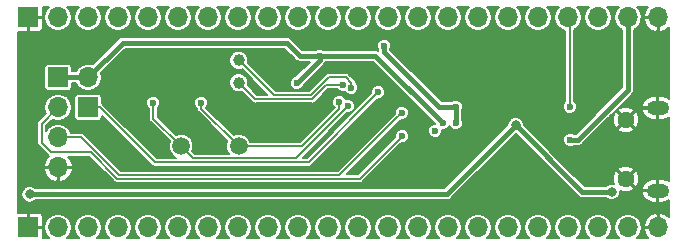
<source format=gbl>
G04 #@! TF.GenerationSoftware,KiCad,Pcbnew,(5.0.0)*
G04 #@! TF.CreationDate,2018-10-21T19:09:07+02:00*
G04 #@! TF.ProjectId,mibo48_stm32,6D69626F34385F73746D33322E6B6963,rev?*
G04 #@! TF.SameCoordinates,PX7a53eb0PY5ad6650*
G04 #@! TF.FileFunction,Copper,L2,Bot,Signal*
G04 #@! TF.FilePolarity,Positive*
%FSLAX46Y46*%
G04 Gerber Fmt 4.6, Leading zero omitted, Abs format (unit mm)*
G04 Created by KiCad (PCBNEW (5.0.0)) date 10/21/18 19:09:07*
%MOMM*%
%LPD*%
G01*
G04 APERTURE LIST*
G04 #@! TA.AperFunction,ComponentPad*
%ADD10R,1.700000X1.700000*%
G04 #@! TD*
G04 #@! TA.AperFunction,ComponentPad*
%ADD11O,1.700000X1.700000*%
G04 #@! TD*
G04 #@! TA.AperFunction,ComponentPad*
%ADD12C,1.450000*%
G04 #@! TD*
G04 #@! TA.AperFunction,ComponentPad*
%ADD13O,1.900000X1.200000*%
G04 #@! TD*
G04 #@! TA.AperFunction,ComponentPad*
%ADD14C,1.500000*%
G04 #@! TD*
G04 #@! TA.AperFunction,ComponentPad*
%ADD15C,1.000000*%
G04 #@! TD*
G04 #@! TA.AperFunction,ViaPad*
%ADD16C,0.600000*%
G04 #@! TD*
G04 #@! TA.AperFunction,ViaPad*
%ADD17C,0.800000*%
G04 #@! TD*
G04 #@! TA.AperFunction,Conductor*
%ADD18C,0.152000*%
G04 #@! TD*
G04 #@! TA.AperFunction,Conductor*
%ADD19C,0.400000*%
G04 #@! TD*
G04 #@! TA.AperFunction,Conductor*
%ADD20C,0.200000*%
G04 #@! TD*
G04 APERTURE END LIST*
D10*
G04 #@! TO.P,J2,1*
G04 #@! TO.N,GND*
X1270000Y-19050000D03*
D11*
G04 #@! TO.P,J2,2*
G04 #@! TO.N,+3V3*
X3810000Y-19050000D03*
G04 #@! TO.P,J2,3*
G04 #@! TO.N,/PA4*
X6350000Y-19050000D03*
G04 #@! TO.P,J2,4*
G04 #@! TO.N,/PA5*
X8890000Y-19050000D03*
G04 #@! TO.P,J2,5*
G04 #@! TO.N,/PA6*
X11430000Y-19050000D03*
G04 #@! TO.P,J2,6*
G04 #@! TO.N,/PA7*
X13970000Y-19050000D03*
G04 #@! TO.P,J2,7*
G04 #@! TO.N,/PB0*
X16510000Y-19050000D03*
G04 #@! TO.P,J2,8*
G04 #@! TO.N,/PB1*
X19050000Y-19050000D03*
G04 #@! TO.P,J2,9*
G04 #@! TO.N,/PB2*
X21590000Y-19050000D03*
G04 #@! TO.P,J2,10*
G04 #@! TO.N,/PB10*
X24130000Y-19050000D03*
G04 #@! TO.P,J2,11*
G04 #@! TO.N,/PB11*
X26670000Y-19050000D03*
G04 #@! TO.P,J2,12*
G04 #@! TO.N,/PB12*
X29210000Y-19050000D03*
G04 #@! TO.P,J2,13*
G04 #@! TO.N,/PB13*
X31750000Y-19050000D03*
G04 #@! TO.P,J2,14*
G04 #@! TO.N,/PB14*
X34290000Y-19050000D03*
G04 #@! TO.P,J2,15*
G04 #@! TO.N,/PB15*
X36830000Y-19050000D03*
G04 #@! TO.P,J2,16*
G04 #@! TO.N,/PA8*
X39370000Y-19050000D03*
G04 #@! TO.P,J2,17*
G04 #@! TO.N,/PA9*
X41910000Y-19050000D03*
G04 #@! TO.P,J2,18*
G04 #@! TO.N,/PA10*
X44450000Y-19050000D03*
G04 #@! TO.P,J2,19*
G04 #@! TO.N,/PA11*
X46990000Y-19050000D03*
G04 #@! TO.P,J2,20*
G04 #@! TO.N,/PA12*
X49530000Y-19050000D03*
G04 #@! TO.P,J2,21*
G04 #@! TO.N,/5V*
X52070000Y-19050000D03*
G04 #@! TO.P,J2,22*
G04 #@! TO.N,GND*
X54610000Y-19050000D03*
G04 #@! TD*
G04 #@! TO.P,J3,22*
G04 #@! TO.N,GND*
X54610000Y-1270000D03*
G04 #@! TO.P,J3,21*
G04 #@! TO.N,+3V3*
X52070000Y-1270000D03*
G04 #@! TO.P,J3,20*
G04 #@! TO.N,/LED1*
X49530000Y-1270000D03*
G04 #@! TO.P,J3,19*
G04 #@! TO.N,/PA15*
X46990000Y-1270000D03*
G04 #@! TO.P,J3,18*
G04 #@! TO.N,/PB3*
X44450000Y-1270000D03*
G04 #@! TO.P,J3,17*
G04 #@! TO.N,/PB4*
X41910000Y-1270000D03*
G04 #@! TO.P,J3,16*
G04 #@! TO.N,/PB5*
X39370000Y-1270000D03*
G04 #@! TO.P,J3,15*
G04 #@! TO.N,/PB6*
X36830000Y-1270000D03*
G04 #@! TO.P,J3,14*
G04 #@! TO.N,/PB7*
X34290000Y-1270000D03*
G04 #@! TO.P,J3,13*
G04 #@! TO.N,/PB9*
X31750000Y-1270000D03*
G04 #@! TO.P,J3,12*
G04 #@! TO.N,/PB8*
X29210000Y-1270000D03*
G04 #@! TO.P,J3,11*
G04 #@! TO.N,/VBAT*
X26670000Y-1270000D03*
G04 #@! TO.P,J3,10*
G04 #@! TO.N,/OSC32_IN*
X24130000Y-1270000D03*
G04 #@! TO.P,J3,9*
G04 #@! TO.N,/OSC32_OUT*
X21590000Y-1270000D03*
G04 #@! TO.P,J3,8*
G04 #@! TO.N,/RESET*
X19050000Y-1270000D03*
G04 #@! TO.P,J3,7*
G04 #@! TO.N,/PA0*
X16510000Y-1270000D03*
G04 #@! TO.P,J3,6*
G04 #@! TO.N,/PA1*
X13970000Y-1270000D03*
G04 #@! TO.P,J3,5*
G04 #@! TO.N,/PA2*
X11430000Y-1270000D03*
G04 #@! TO.P,J3,4*
G04 #@! TO.N,/PA3*
X8890000Y-1270000D03*
G04 #@! TO.P,J3,3*
G04 #@! TO.N,/BOOT0*
X6350000Y-1270000D03*
G04 #@! TO.P,J3,2*
G04 #@! TO.N,/5V*
X3810000Y-1270000D03*
D10*
G04 #@! TO.P,J3,1*
G04 #@! TO.N,GND*
X1270000Y-1270000D03*
G04 #@! TD*
D12*
G04 #@! TO.P,J4,6*
G04 #@! TO.N,GND*
X51877500Y-14946000D03*
X51877500Y-9946000D03*
D13*
X54577500Y-15946000D03*
X54577500Y-8946000D03*
G04 #@! TD*
D10*
G04 #@! TO.P,J5,1*
G04 #@! TO.N,+3V3*
X3810000Y-6350000D03*
D11*
G04 #@! TO.P,J5,2*
G04 #@! TO.N,/SWDIO*
X3810000Y-8890000D03*
G04 #@! TO.P,J5,3*
G04 #@! TO.N,/SWDCLK*
X3810000Y-11430000D03*
G04 #@! TO.P,J5,4*
G04 #@! TO.N,GND*
X3810000Y-13970000D03*
G04 #@! TD*
D14*
G04 #@! TO.P,Y1,1*
G04 #@! TO.N,/OSC_IN*
X14224000Y-12192000D03*
G04 #@! TO.P,Y1,2*
G04 #@! TO.N,/OSC_OUT*
X19104000Y-12192000D03*
G04 #@! TD*
D15*
G04 #@! TO.P,Y2,1*
G04 #@! TO.N,/OSC32_IN*
X19113500Y-4889500D03*
G04 #@! TO.P,Y2,2*
G04 #@! TO.N,/OSC32_OUT*
X19113500Y-6789500D03*
G04 #@! TD*
D10*
G04 #@! TO.P,J1,1*
G04 #@! TO.N,/BOOT0*
X6350000Y-8890000D03*
D11*
G04 #@! TO.P,J1,2*
G04 #@! TO.N,+3V3*
X6350000Y-6350000D03*
G04 #@! TD*
D16*
G04 #@! TO.N,GND*
X46228000Y-16129000D03*
X42608500Y-14986000D03*
X50545994Y-7810500D03*
X45402500Y-9270996D03*
X48632841Y-7103841D03*
X33782000Y-4889500D03*
X38036500Y-5588000D03*
X24955500Y-17017998D03*
X22923500Y-4508500D03*
X35806360Y-15057140D03*
X12763500Y-8509000D03*
X26485435Y-8511538D03*
X9525000Y-9398000D03*
X20002500Y-8509000D03*
X9144002Y-11684000D03*
G04 #@! TO.N,/OSC_IN*
X11874500Y-8509000D03*
X28342797Y-8788589D03*
G04 #@! TO.N,/OSC_OUT*
X15938500Y-8509000D03*
X27622500Y-8445498D03*
G04 #@! TO.N,+3V3*
X24003000Y-6858000D03*
X25971500Y-4508500D03*
X31432500Y-3683000D03*
X37465000Y-8826500D03*
X37465000Y-10223500D03*
X35750500Y-10858500D03*
X36385500Y-10223500D03*
X47180506Y-11620500D03*
D17*
G04 #@! TO.N,/5V*
X42545000Y-10414000D03*
X50673000Y-16065518D03*
X1403990Y-16256000D03*
D16*
G04 #@! TO.N,/BOOT0*
X30924500Y-7620000D03*
X30924500Y-7620000D03*
G04 #@! TO.N,/OSC32_OUT*
X27931763Y-6982007D03*
G04 #@! TO.N,/OSC32_IN*
X28638500Y-7239000D03*
G04 #@! TO.N,/PA15*
X47117000Y-8826500D03*
G04 #@! TO.N,/SWDCLK*
X32902941Y-9341470D03*
G04 #@! TO.N,/SWDIO*
X32948298Y-11323010D03*
G04 #@! TD*
D18*
G04 #@! TO.N,/OSC_IN*
X15240000Y-13208000D02*
X14224000Y-12192000D01*
X28342797Y-8788589D02*
X23923386Y-13208000D01*
X23923386Y-13208000D02*
X15240000Y-13208000D01*
X11874500Y-9842500D02*
X14224000Y-12192000D01*
X11874500Y-8509000D02*
X11874500Y-9842500D01*
G04 #@! TO.N,/OSC_OUT*
X27622500Y-9017000D02*
X27622500Y-8445498D01*
X24447500Y-12192000D02*
X27622500Y-9017000D01*
X24447500Y-12192000D02*
X19104000Y-12192000D01*
X15938500Y-9017000D02*
X15938500Y-8509000D01*
X19104000Y-12192000D02*
X19104000Y-12182500D01*
X19104000Y-12182500D02*
X15938500Y-9017000D01*
D19*
G04 #@! TO.N,+3V3*
X24003000Y-6858000D02*
X25971500Y-4889500D01*
X25971500Y-4889500D02*
X25971500Y-4508500D01*
X3810000Y-6350000D02*
X6350000Y-6350000D01*
X37465000Y-8826500D02*
X37465000Y-10223500D01*
X36385500Y-10223500D02*
X30670500Y-4508500D01*
X30670500Y-4508500D02*
X25971500Y-4508500D01*
X52070000Y-1270000D02*
X52070000Y-7409264D01*
X52070000Y-7409264D02*
X47858764Y-11620500D01*
X47858764Y-11620500D02*
X47604770Y-11620500D01*
X47604770Y-11620500D02*
X47180506Y-11620500D01*
X25971500Y-4508500D02*
X24257000Y-4508500D01*
X23177500Y-3429000D02*
X9271000Y-3429000D01*
X9271000Y-3429000D02*
X6350000Y-6350000D01*
X24257000Y-4508500D02*
X23177500Y-3429000D01*
X31432500Y-4191000D02*
X31432500Y-3683000D01*
X37465000Y-8826500D02*
X36068000Y-8826500D01*
X36068000Y-8826500D02*
X31432500Y-4191000D01*
G04 #@! TO.N,/5V*
X42545000Y-10414000D02*
X48196518Y-16065518D01*
X48196518Y-16065518D02*
X50673000Y-16065518D01*
X42545000Y-10414000D02*
X36703000Y-16256000D01*
X1969675Y-16256000D02*
X1403990Y-16256000D01*
X36703000Y-16256000D02*
X1969675Y-16256000D01*
D18*
G04 #@! TO.N,/BOOT0*
X7352000Y-8890000D02*
X6350000Y-8890000D01*
X11987500Y-13525500D02*
X7352000Y-8890000D01*
X30924500Y-7620000D02*
X25019000Y-13525500D01*
X25019000Y-13525500D02*
X11987500Y-13525500D01*
G04 #@! TO.N,/OSC32_OUT*
X27507499Y-6982007D02*
X27931763Y-6982007D01*
X26531429Y-6982007D02*
X27507499Y-6982007D01*
X25335425Y-8178011D02*
X26531429Y-6982007D01*
X19113500Y-6789500D02*
X20502011Y-8178011D01*
X20502011Y-8178011D02*
X25335425Y-8178011D01*
G04 #@! TO.N,/OSC32_IN*
X26733500Y-6350000D02*
X28173764Y-6350000D01*
X28638500Y-6814736D02*
X28638500Y-7239000D01*
X28173764Y-6350000D02*
X28638500Y-6814736D01*
X25209500Y-7874000D02*
X26733500Y-6350000D01*
X19113500Y-4889500D02*
X22098000Y-7874000D01*
X22098000Y-7874000D02*
X25209500Y-7874000D01*
G04 #@! TO.N,/PA15*
X47117000Y-1397000D02*
X46990000Y-1270000D01*
X47117000Y-8826500D02*
X47117000Y-1397000D01*
G04 #@! TO.N,/SWDCLK*
X3810000Y-11430000D02*
X5763936Y-11430000D01*
X5763936Y-11430000D02*
X8952425Y-14618489D01*
X8952425Y-14618489D02*
X27625922Y-14618489D01*
X32602942Y-9641469D02*
X32902941Y-9341470D01*
X27625922Y-14618489D02*
X32602942Y-9641469D01*
G04 #@! TO.N,/SWDIO*
X32648299Y-11623009D02*
X32948298Y-11323010D01*
X3810000Y-8890000D02*
X2413000Y-10287000D01*
X2413000Y-10287000D02*
X2413000Y-11874500D01*
X2413000Y-11874500D02*
X3238500Y-12700000D01*
X3238500Y-12700000D02*
X6604000Y-12700000D01*
X6604000Y-12700000D02*
X8826500Y-14922500D01*
X8826500Y-14922500D02*
X29348808Y-14922500D01*
X29348808Y-14922500D02*
X32648299Y-11623009D01*
G04 #@! TD*
D20*
G04 #@! TO.N,GND*
G36*
X2980897Y-440897D02*
X2726724Y-821293D01*
X2637471Y-1270000D01*
X2726724Y-1718707D01*
X2980897Y-2099103D01*
X3361293Y-2353276D01*
X3696739Y-2420000D01*
X3923261Y-2420000D01*
X4258707Y-2353276D01*
X4639103Y-2099103D01*
X4893276Y-1718707D01*
X4982529Y-1270000D01*
X4893276Y-821293D01*
X4639103Y-440897D01*
X4540481Y-375000D01*
X5619519Y-375000D01*
X5520897Y-440897D01*
X5266724Y-821293D01*
X5177471Y-1270000D01*
X5266724Y-1718707D01*
X5520897Y-2099103D01*
X5901293Y-2353276D01*
X6236739Y-2420000D01*
X6463261Y-2420000D01*
X6798707Y-2353276D01*
X7179103Y-2099103D01*
X7433276Y-1718707D01*
X7522529Y-1270000D01*
X7433276Y-821293D01*
X7179103Y-440897D01*
X7080481Y-375000D01*
X8159519Y-375000D01*
X8060897Y-440897D01*
X7806724Y-821293D01*
X7717471Y-1270000D01*
X7806724Y-1718707D01*
X8060897Y-2099103D01*
X8441293Y-2353276D01*
X8776739Y-2420000D01*
X9003261Y-2420000D01*
X9338707Y-2353276D01*
X9719103Y-2099103D01*
X9973276Y-1718707D01*
X10062529Y-1270000D01*
X9973276Y-821293D01*
X9719103Y-440897D01*
X9620481Y-375000D01*
X10699519Y-375000D01*
X10600897Y-440897D01*
X10346724Y-821293D01*
X10257471Y-1270000D01*
X10346724Y-1718707D01*
X10600897Y-2099103D01*
X10981293Y-2353276D01*
X11316739Y-2420000D01*
X11543261Y-2420000D01*
X11878707Y-2353276D01*
X12259103Y-2099103D01*
X12513276Y-1718707D01*
X12602529Y-1270000D01*
X12513276Y-821293D01*
X12259103Y-440897D01*
X12160481Y-375000D01*
X13239519Y-375000D01*
X13140897Y-440897D01*
X12886724Y-821293D01*
X12797471Y-1270000D01*
X12886724Y-1718707D01*
X13140897Y-2099103D01*
X13521293Y-2353276D01*
X13856739Y-2420000D01*
X14083261Y-2420000D01*
X14418707Y-2353276D01*
X14799103Y-2099103D01*
X15053276Y-1718707D01*
X15142529Y-1270000D01*
X15053276Y-821293D01*
X14799103Y-440897D01*
X14700481Y-375000D01*
X15779519Y-375000D01*
X15680897Y-440897D01*
X15426724Y-821293D01*
X15337471Y-1270000D01*
X15426724Y-1718707D01*
X15680897Y-2099103D01*
X16061293Y-2353276D01*
X16396739Y-2420000D01*
X16623261Y-2420000D01*
X16958707Y-2353276D01*
X17339103Y-2099103D01*
X17593276Y-1718707D01*
X17682529Y-1270000D01*
X17593276Y-821293D01*
X17339103Y-440897D01*
X17240481Y-375000D01*
X18319519Y-375000D01*
X18220897Y-440897D01*
X17966724Y-821293D01*
X17877471Y-1270000D01*
X17966724Y-1718707D01*
X18220897Y-2099103D01*
X18601293Y-2353276D01*
X18936739Y-2420000D01*
X19163261Y-2420000D01*
X19498707Y-2353276D01*
X19879103Y-2099103D01*
X20133276Y-1718707D01*
X20222529Y-1270000D01*
X20133276Y-821293D01*
X19879103Y-440897D01*
X19780481Y-375000D01*
X20859519Y-375000D01*
X20760897Y-440897D01*
X20506724Y-821293D01*
X20417471Y-1270000D01*
X20506724Y-1718707D01*
X20760897Y-2099103D01*
X21141293Y-2353276D01*
X21476739Y-2420000D01*
X21703261Y-2420000D01*
X22038707Y-2353276D01*
X22419103Y-2099103D01*
X22673276Y-1718707D01*
X22762529Y-1270000D01*
X22673276Y-821293D01*
X22419103Y-440897D01*
X22320481Y-375000D01*
X23399519Y-375000D01*
X23300897Y-440897D01*
X23046724Y-821293D01*
X22957471Y-1270000D01*
X23046724Y-1718707D01*
X23300897Y-2099103D01*
X23681293Y-2353276D01*
X24016739Y-2420000D01*
X24243261Y-2420000D01*
X24578707Y-2353276D01*
X24959103Y-2099103D01*
X25213276Y-1718707D01*
X25302529Y-1270000D01*
X25213276Y-821293D01*
X24959103Y-440897D01*
X24860481Y-375000D01*
X25939519Y-375000D01*
X25840897Y-440897D01*
X25586724Y-821293D01*
X25497471Y-1270000D01*
X25586724Y-1718707D01*
X25840897Y-2099103D01*
X26221293Y-2353276D01*
X26556739Y-2420000D01*
X26783261Y-2420000D01*
X27118707Y-2353276D01*
X27499103Y-2099103D01*
X27753276Y-1718707D01*
X27842529Y-1270000D01*
X27753276Y-821293D01*
X27499103Y-440897D01*
X27400481Y-375000D01*
X28479519Y-375000D01*
X28380897Y-440897D01*
X28126724Y-821293D01*
X28037471Y-1270000D01*
X28126724Y-1718707D01*
X28380897Y-2099103D01*
X28761293Y-2353276D01*
X29096739Y-2420000D01*
X29323261Y-2420000D01*
X29658707Y-2353276D01*
X30039103Y-2099103D01*
X30293276Y-1718707D01*
X30382529Y-1270000D01*
X30293276Y-821293D01*
X30039103Y-440897D01*
X29940481Y-375000D01*
X31019519Y-375000D01*
X30920897Y-440897D01*
X30666724Y-821293D01*
X30577471Y-1270000D01*
X30666724Y-1718707D01*
X30920897Y-2099103D01*
X31301293Y-2353276D01*
X31636739Y-2420000D01*
X31863261Y-2420000D01*
X32198707Y-2353276D01*
X32579103Y-2099103D01*
X32833276Y-1718707D01*
X32922529Y-1270000D01*
X32833276Y-821293D01*
X32579103Y-440897D01*
X32480481Y-375000D01*
X33559519Y-375000D01*
X33460897Y-440897D01*
X33206724Y-821293D01*
X33117471Y-1270000D01*
X33206724Y-1718707D01*
X33460897Y-2099103D01*
X33841293Y-2353276D01*
X34176739Y-2420000D01*
X34403261Y-2420000D01*
X34738707Y-2353276D01*
X35119103Y-2099103D01*
X35373276Y-1718707D01*
X35462529Y-1270000D01*
X35373276Y-821293D01*
X35119103Y-440897D01*
X35020481Y-375000D01*
X36099519Y-375000D01*
X36000897Y-440897D01*
X35746724Y-821293D01*
X35657471Y-1270000D01*
X35746724Y-1718707D01*
X36000897Y-2099103D01*
X36381293Y-2353276D01*
X36716739Y-2420000D01*
X36943261Y-2420000D01*
X37278707Y-2353276D01*
X37659103Y-2099103D01*
X37913276Y-1718707D01*
X38002529Y-1270000D01*
X37913276Y-821293D01*
X37659103Y-440897D01*
X37560481Y-375000D01*
X38639519Y-375000D01*
X38540897Y-440897D01*
X38286724Y-821293D01*
X38197471Y-1270000D01*
X38286724Y-1718707D01*
X38540897Y-2099103D01*
X38921293Y-2353276D01*
X39256739Y-2420000D01*
X39483261Y-2420000D01*
X39818707Y-2353276D01*
X40199103Y-2099103D01*
X40453276Y-1718707D01*
X40542529Y-1270000D01*
X40453276Y-821293D01*
X40199103Y-440897D01*
X40100481Y-375000D01*
X41179519Y-375000D01*
X41080897Y-440897D01*
X40826724Y-821293D01*
X40737471Y-1270000D01*
X40826724Y-1718707D01*
X41080897Y-2099103D01*
X41461293Y-2353276D01*
X41796739Y-2420000D01*
X42023261Y-2420000D01*
X42358707Y-2353276D01*
X42739103Y-2099103D01*
X42993276Y-1718707D01*
X43082529Y-1270000D01*
X42993276Y-821293D01*
X42739103Y-440897D01*
X42640481Y-375000D01*
X43719519Y-375000D01*
X43620897Y-440897D01*
X43366724Y-821293D01*
X43277471Y-1270000D01*
X43366724Y-1718707D01*
X43620897Y-2099103D01*
X44001293Y-2353276D01*
X44336739Y-2420000D01*
X44563261Y-2420000D01*
X44898707Y-2353276D01*
X45279103Y-2099103D01*
X45533276Y-1718707D01*
X45622529Y-1270000D01*
X45533276Y-821293D01*
X45279103Y-440897D01*
X45180481Y-375000D01*
X46259519Y-375000D01*
X46160897Y-440897D01*
X45906724Y-821293D01*
X45817471Y-1270000D01*
X45906724Y-1718707D01*
X46160897Y-2099103D01*
X46541293Y-2353276D01*
X46741001Y-2393000D01*
X46741000Y-8353971D01*
X46608344Y-8486627D01*
X46517000Y-8707153D01*
X46517000Y-8945847D01*
X46608344Y-9166373D01*
X46777127Y-9335156D01*
X46997653Y-9426500D01*
X47236347Y-9426500D01*
X47456873Y-9335156D01*
X47625656Y-9166373D01*
X47717000Y-8945847D01*
X47717000Y-8707153D01*
X47625656Y-8486627D01*
X47493000Y-8353971D01*
X47493000Y-2316999D01*
X47819103Y-2099103D01*
X48073276Y-1718707D01*
X48162529Y-1270000D01*
X48073276Y-821293D01*
X47819103Y-440897D01*
X47720481Y-375000D01*
X48799519Y-375000D01*
X48700897Y-440897D01*
X48446724Y-821293D01*
X48357471Y-1270000D01*
X48446724Y-1718707D01*
X48700897Y-2099103D01*
X49081293Y-2353276D01*
X49416739Y-2420000D01*
X49643261Y-2420000D01*
X49978707Y-2353276D01*
X50359103Y-2099103D01*
X50613276Y-1718707D01*
X50702529Y-1270000D01*
X50613276Y-821293D01*
X50359103Y-440897D01*
X50260481Y-375000D01*
X51339519Y-375000D01*
X51240897Y-440897D01*
X50986724Y-821293D01*
X50897471Y-1270000D01*
X50986724Y-1718707D01*
X51240897Y-2099103D01*
X51570000Y-2319003D01*
X51570001Y-7202156D01*
X47651658Y-11120500D01*
X47529035Y-11120500D01*
X47520379Y-11111844D01*
X47299853Y-11020500D01*
X47061159Y-11020500D01*
X46840633Y-11111844D01*
X46671850Y-11280627D01*
X46580506Y-11501153D01*
X46580506Y-11739847D01*
X46671850Y-11960373D01*
X46840633Y-12129156D01*
X47061159Y-12220500D01*
X47299853Y-12220500D01*
X47520379Y-12129156D01*
X47529035Y-12120500D01*
X47809523Y-12120500D01*
X47858764Y-12130295D01*
X47908005Y-12120500D01*
X47908007Y-12120500D01*
X48053854Y-12091489D01*
X48219244Y-11980980D01*
X48247141Y-11939229D01*
X49465491Y-10720879D01*
X51173331Y-10720879D01*
X51244378Y-10902482D01*
X51658601Y-11071960D01*
X52106149Y-11070020D01*
X52510622Y-10902482D01*
X52581669Y-10720879D01*
X51877500Y-10016711D01*
X51173331Y-10720879D01*
X49465491Y-10720879D01*
X50459269Y-9727101D01*
X50751540Y-9727101D01*
X50753480Y-10174649D01*
X50921018Y-10579122D01*
X51102621Y-10650169D01*
X51806789Y-9946000D01*
X51948211Y-9946000D01*
X52652379Y-10650169D01*
X52833982Y-10579122D01*
X53003460Y-10164899D01*
X53001520Y-9717351D01*
X52833982Y-9312878D01*
X52652379Y-9241831D01*
X51948211Y-9946000D01*
X51806789Y-9946000D01*
X51102621Y-9241831D01*
X50921018Y-9312878D01*
X50751540Y-9727101D01*
X50459269Y-9727101D01*
X51015249Y-9171121D01*
X51173331Y-9171121D01*
X51877500Y-9875289D01*
X52581669Y-9171121D01*
X52574041Y-9151623D01*
X53248869Y-9151623D01*
X53284487Y-9282489D01*
X53485038Y-9617751D01*
X53798623Y-9850745D01*
X54177500Y-9946000D01*
X54527500Y-9946000D01*
X54527500Y-8996000D01*
X53328890Y-8996000D01*
X53248869Y-9151623D01*
X52574041Y-9151623D01*
X52510622Y-8989518D01*
X52096399Y-8820040D01*
X51648851Y-8821980D01*
X51244378Y-8989518D01*
X51173331Y-9171121D01*
X51015249Y-9171121D01*
X51445993Y-8740377D01*
X53248869Y-8740377D01*
X53328890Y-8896000D01*
X54527500Y-8896000D01*
X54527500Y-7946000D01*
X54177500Y-7946000D01*
X53798623Y-8041255D01*
X53485038Y-8274249D01*
X53284487Y-8609511D01*
X53248869Y-8740377D01*
X51445993Y-8740377D01*
X52388732Y-7797639D01*
X52430480Y-7769744D01*
X52540989Y-7604354D01*
X52570000Y-7458507D01*
X52570000Y-7458506D01*
X52579795Y-7409265D01*
X52570000Y-7360023D01*
X52570000Y-2319003D01*
X52899103Y-2099103D01*
X53153276Y-1718707D01*
X53193841Y-1514772D01*
X53384195Y-1514772D01*
X53571174Y-1965235D01*
X53916305Y-2309855D01*
X54365229Y-2495801D01*
X54560000Y-2418913D01*
X54560000Y-1320000D01*
X53460996Y-1320000D01*
X53384195Y-1514772D01*
X53193841Y-1514772D01*
X53242529Y-1270000D01*
X53153276Y-821293D01*
X52899103Y-440897D01*
X52800481Y-375000D01*
X53771235Y-375000D01*
X53571174Y-574765D01*
X53384195Y-1025228D01*
X53460996Y-1220000D01*
X54560000Y-1220000D01*
X54560000Y-1200000D01*
X54660000Y-1200000D01*
X54660000Y-1220000D01*
X54680000Y-1220000D01*
X54680000Y-1320000D01*
X54660000Y-1320000D01*
X54660000Y-2418913D01*
X54854771Y-2495801D01*
X55303695Y-2309855D01*
X55505000Y-2108848D01*
X55505000Y-8151682D01*
X55356377Y-8041255D01*
X54977500Y-7946000D01*
X54627500Y-7946000D01*
X54627500Y-8896000D01*
X54647500Y-8896000D01*
X54647500Y-8996000D01*
X54627500Y-8996000D01*
X54627500Y-9946000D01*
X54977500Y-9946000D01*
X55356377Y-9850745D01*
X55505000Y-9740318D01*
X55505001Y-15151683D01*
X55356377Y-15041255D01*
X54977500Y-14946000D01*
X54627500Y-14946000D01*
X54627500Y-15896000D01*
X54647500Y-15896000D01*
X54647500Y-15996000D01*
X54627500Y-15996000D01*
X54627500Y-16946000D01*
X54977500Y-16946000D01*
X55356377Y-16850745D01*
X55505001Y-16740317D01*
X55505001Y-18211153D01*
X55303695Y-18010145D01*
X54854771Y-17824199D01*
X54660000Y-17901087D01*
X54660000Y-19000000D01*
X54680000Y-19000000D01*
X54680000Y-19100000D01*
X54660000Y-19100000D01*
X54660000Y-19120000D01*
X54560000Y-19120000D01*
X54560000Y-19100000D01*
X53460996Y-19100000D01*
X53384195Y-19294772D01*
X53571174Y-19745235D01*
X53771235Y-19945000D01*
X52800481Y-19945000D01*
X52899103Y-19879103D01*
X53153276Y-19498707D01*
X53242529Y-19050000D01*
X53193842Y-18805228D01*
X53384195Y-18805228D01*
X53460996Y-19000000D01*
X54560000Y-19000000D01*
X54560000Y-17901087D01*
X54365229Y-17824199D01*
X53916305Y-18010145D01*
X53571174Y-18354765D01*
X53384195Y-18805228D01*
X53193842Y-18805228D01*
X53153276Y-18601293D01*
X52899103Y-18220897D01*
X52518707Y-17966724D01*
X52183261Y-17900000D01*
X51956739Y-17900000D01*
X51621293Y-17966724D01*
X51240897Y-18220897D01*
X50986724Y-18601293D01*
X50897471Y-19050000D01*
X50986724Y-19498707D01*
X51240897Y-19879103D01*
X51339519Y-19945000D01*
X50260481Y-19945000D01*
X50359103Y-19879103D01*
X50613276Y-19498707D01*
X50702529Y-19050000D01*
X50613276Y-18601293D01*
X50359103Y-18220897D01*
X49978707Y-17966724D01*
X49643261Y-17900000D01*
X49416739Y-17900000D01*
X49081293Y-17966724D01*
X48700897Y-18220897D01*
X48446724Y-18601293D01*
X48357471Y-19050000D01*
X48446724Y-19498707D01*
X48700897Y-19879103D01*
X48799519Y-19945000D01*
X47720481Y-19945000D01*
X47819103Y-19879103D01*
X48073276Y-19498707D01*
X48162529Y-19050000D01*
X48073276Y-18601293D01*
X47819103Y-18220897D01*
X47438707Y-17966724D01*
X47103261Y-17900000D01*
X46876739Y-17900000D01*
X46541293Y-17966724D01*
X46160897Y-18220897D01*
X45906724Y-18601293D01*
X45817471Y-19050000D01*
X45906724Y-19498707D01*
X46160897Y-19879103D01*
X46259519Y-19945000D01*
X45180481Y-19945000D01*
X45279103Y-19879103D01*
X45533276Y-19498707D01*
X45622529Y-19050000D01*
X45533276Y-18601293D01*
X45279103Y-18220897D01*
X44898707Y-17966724D01*
X44563261Y-17900000D01*
X44336739Y-17900000D01*
X44001293Y-17966724D01*
X43620897Y-18220897D01*
X43366724Y-18601293D01*
X43277471Y-19050000D01*
X43366724Y-19498707D01*
X43620897Y-19879103D01*
X43719519Y-19945000D01*
X42640481Y-19945000D01*
X42739103Y-19879103D01*
X42993276Y-19498707D01*
X43082529Y-19050000D01*
X42993276Y-18601293D01*
X42739103Y-18220897D01*
X42358707Y-17966724D01*
X42023261Y-17900000D01*
X41796739Y-17900000D01*
X41461293Y-17966724D01*
X41080897Y-18220897D01*
X40826724Y-18601293D01*
X40737471Y-19050000D01*
X40826724Y-19498707D01*
X41080897Y-19879103D01*
X41179519Y-19945000D01*
X40100481Y-19945000D01*
X40199103Y-19879103D01*
X40453276Y-19498707D01*
X40542529Y-19050000D01*
X40453276Y-18601293D01*
X40199103Y-18220897D01*
X39818707Y-17966724D01*
X39483261Y-17900000D01*
X39256739Y-17900000D01*
X38921293Y-17966724D01*
X38540897Y-18220897D01*
X38286724Y-18601293D01*
X38197471Y-19050000D01*
X38286724Y-19498707D01*
X38540897Y-19879103D01*
X38639519Y-19945000D01*
X37560481Y-19945000D01*
X37659103Y-19879103D01*
X37913276Y-19498707D01*
X38002529Y-19050000D01*
X37913276Y-18601293D01*
X37659103Y-18220897D01*
X37278707Y-17966724D01*
X36943261Y-17900000D01*
X36716739Y-17900000D01*
X36381293Y-17966724D01*
X36000897Y-18220897D01*
X35746724Y-18601293D01*
X35657471Y-19050000D01*
X35746724Y-19498707D01*
X36000897Y-19879103D01*
X36099519Y-19945000D01*
X35020481Y-19945000D01*
X35119103Y-19879103D01*
X35373276Y-19498707D01*
X35462529Y-19050000D01*
X35373276Y-18601293D01*
X35119103Y-18220897D01*
X34738707Y-17966724D01*
X34403261Y-17900000D01*
X34176739Y-17900000D01*
X33841293Y-17966724D01*
X33460897Y-18220897D01*
X33206724Y-18601293D01*
X33117471Y-19050000D01*
X33206724Y-19498707D01*
X33460897Y-19879103D01*
X33559519Y-19945000D01*
X32480481Y-19945000D01*
X32579103Y-19879103D01*
X32833276Y-19498707D01*
X32922529Y-19050000D01*
X32833276Y-18601293D01*
X32579103Y-18220897D01*
X32198707Y-17966724D01*
X31863261Y-17900000D01*
X31636739Y-17900000D01*
X31301293Y-17966724D01*
X30920897Y-18220897D01*
X30666724Y-18601293D01*
X30577471Y-19050000D01*
X30666724Y-19498707D01*
X30920897Y-19879103D01*
X31019519Y-19945000D01*
X29940481Y-19945000D01*
X30039103Y-19879103D01*
X30293276Y-19498707D01*
X30382529Y-19050000D01*
X30293276Y-18601293D01*
X30039103Y-18220897D01*
X29658707Y-17966724D01*
X29323261Y-17900000D01*
X29096739Y-17900000D01*
X28761293Y-17966724D01*
X28380897Y-18220897D01*
X28126724Y-18601293D01*
X28037471Y-19050000D01*
X28126724Y-19498707D01*
X28380897Y-19879103D01*
X28479519Y-19945000D01*
X27400481Y-19945000D01*
X27499103Y-19879103D01*
X27753276Y-19498707D01*
X27842529Y-19050000D01*
X27753276Y-18601293D01*
X27499103Y-18220897D01*
X27118707Y-17966724D01*
X26783261Y-17900000D01*
X26556739Y-17900000D01*
X26221293Y-17966724D01*
X25840897Y-18220897D01*
X25586724Y-18601293D01*
X25497471Y-19050000D01*
X25586724Y-19498707D01*
X25840897Y-19879103D01*
X25939519Y-19945000D01*
X24860481Y-19945000D01*
X24959103Y-19879103D01*
X25213276Y-19498707D01*
X25302529Y-19050000D01*
X25213276Y-18601293D01*
X24959103Y-18220897D01*
X24578707Y-17966724D01*
X24243261Y-17900000D01*
X24016739Y-17900000D01*
X23681293Y-17966724D01*
X23300897Y-18220897D01*
X23046724Y-18601293D01*
X22957471Y-19050000D01*
X23046724Y-19498707D01*
X23300897Y-19879103D01*
X23399519Y-19945000D01*
X22320481Y-19945000D01*
X22419103Y-19879103D01*
X22673276Y-19498707D01*
X22762529Y-19050000D01*
X22673276Y-18601293D01*
X22419103Y-18220897D01*
X22038707Y-17966724D01*
X21703261Y-17900000D01*
X21476739Y-17900000D01*
X21141293Y-17966724D01*
X20760897Y-18220897D01*
X20506724Y-18601293D01*
X20417471Y-19050000D01*
X20506724Y-19498707D01*
X20760897Y-19879103D01*
X20859519Y-19945000D01*
X19780481Y-19945000D01*
X19879103Y-19879103D01*
X20133276Y-19498707D01*
X20222529Y-19050000D01*
X20133276Y-18601293D01*
X19879103Y-18220897D01*
X19498707Y-17966724D01*
X19163261Y-17900000D01*
X18936739Y-17900000D01*
X18601293Y-17966724D01*
X18220897Y-18220897D01*
X17966724Y-18601293D01*
X17877471Y-19050000D01*
X17966724Y-19498707D01*
X18220897Y-19879103D01*
X18319519Y-19945000D01*
X17240481Y-19945000D01*
X17339103Y-19879103D01*
X17593276Y-19498707D01*
X17682529Y-19050000D01*
X17593276Y-18601293D01*
X17339103Y-18220897D01*
X16958707Y-17966724D01*
X16623261Y-17900000D01*
X16396739Y-17900000D01*
X16061293Y-17966724D01*
X15680897Y-18220897D01*
X15426724Y-18601293D01*
X15337471Y-19050000D01*
X15426724Y-19498707D01*
X15680897Y-19879103D01*
X15779519Y-19945000D01*
X14700481Y-19945000D01*
X14799103Y-19879103D01*
X15053276Y-19498707D01*
X15142529Y-19050000D01*
X15053276Y-18601293D01*
X14799103Y-18220897D01*
X14418707Y-17966724D01*
X14083261Y-17900000D01*
X13856739Y-17900000D01*
X13521293Y-17966724D01*
X13140897Y-18220897D01*
X12886724Y-18601293D01*
X12797471Y-19050000D01*
X12886724Y-19498707D01*
X13140897Y-19879103D01*
X13239519Y-19945000D01*
X12160481Y-19945000D01*
X12259103Y-19879103D01*
X12513276Y-19498707D01*
X12602529Y-19050000D01*
X12513276Y-18601293D01*
X12259103Y-18220897D01*
X11878707Y-17966724D01*
X11543261Y-17900000D01*
X11316739Y-17900000D01*
X10981293Y-17966724D01*
X10600897Y-18220897D01*
X10346724Y-18601293D01*
X10257471Y-19050000D01*
X10346724Y-19498707D01*
X10600897Y-19879103D01*
X10699519Y-19945000D01*
X9620481Y-19945000D01*
X9719103Y-19879103D01*
X9973276Y-19498707D01*
X10062529Y-19050000D01*
X9973276Y-18601293D01*
X9719103Y-18220897D01*
X9338707Y-17966724D01*
X9003261Y-17900000D01*
X8776739Y-17900000D01*
X8441293Y-17966724D01*
X8060897Y-18220897D01*
X7806724Y-18601293D01*
X7717471Y-19050000D01*
X7806724Y-19498707D01*
X8060897Y-19879103D01*
X8159519Y-19945000D01*
X7080481Y-19945000D01*
X7179103Y-19879103D01*
X7433276Y-19498707D01*
X7522529Y-19050000D01*
X7433276Y-18601293D01*
X7179103Y-18220897D01*
X6798707Y-17966724D01*
X6463261Y-17900000D01*
X6236739Y-17900000D01*
X5901293Y-17966724D01*
X5520897Y-18220897D01*
X5266724Y-18601293D01*
X5177471Y-19050000D01*
X5266724Y-19498707D01*
X5520897Y-19879103D01*
X5619519Y-19945000D01*
X4540481Y-19945000D01*
X4639103Y-19879103D01*
X4893276Y-19498707D01*
X4982529Y-19050000D01*
X4893276Y-18601293D01*
X4639103Y-18220897D01*
X4258707Y-17966724D01*
X3923261Y-17900000D01*
X3696739Y-17900000D01*
X3361293Y-17966724D01*
X2980897Y-18220897D01*
X2726724Y-18601293D01*
X2637471Y-19050000D01*
X2726724Y-19498707D01*
X2980897Y-19879103D01*
X3079519Y-19945000D01*
X2520000Y-19945000D01*
X2520000Y-19200000D01*
X2420000Y-19100000D01*
X1320000Y-19100000D01*
X1320000Y-19120000D01*
X1220000Y-19120000D01*
X1220000Y-19100000D01*
X1200000Y-19100000D01*
X1200000Y-19000000D01*
X1220000Y-19000000D01*
X1220000Y-17900000D01*
X1320000Y-17900000D01*
X1320000Y-19000000D01*
X2420000Y-19000000D01*
X2520000Y-18900000D01*
X2520000Y-18120435D01*
X2459104Y-17973418D01*
X2346582Y-17860896D01*
X2199565Y-17800000D01*
X1420000Y-17800000D01*
X1320000Y-17900000D01*
X1220000Y-17900000D01*
X1120000Y-17800000D01*
X375000Y-17800000D01*
X375000Y-16116761D01*
X703990Y-16116761D01*
X703990Y-16395239D01*
X810558Y-16652518D01*
X1007472Y-16849432D01*
X1264751Y-16956000D01*
X1543229Y-16956000D01*
X1800508Y-16849432D01*
X1893940Y-16756000D01*
X36653759Y-16756000D01*
X36703000Y-16765795D01*
X36752241Y-16756000D01*
X36752243Y-16756000D01*
X36898090Y-16726989D01*
X37063480Y-16616480D01*
X37091377Y-16574729D01*
X42545000Y-11121107D01*
X47808143Y-16384250D01*
X47836038Y-16425998D01*
X48001428Y-16536507D01*
X48147275Y-16565518D01*
X48147276Y-16565518D01*
X48196517Y-16575313D01*
X48245758Y-16565518D01*
X50183050Y-16565518D01*
X50276482Y-16658950D01*
X50533761Y-16765518D01*
X50812239Y-16765518D01*
X51069518Y-16658950D01*
X51266432Y-16462036D01*
X51373000Y-16204757D01*
X51373000Y-16151623D01*
X53248869Y-16151623D01*
X53284487Y-16282489D01*
X53485038Y-16617751D01*
X53798623Y-16850745D01*
X54177500Y-16946000D01*
X54527500Y-16946000D01*
X54527500Y-15996000D01*
X53328890Y-15996000D01*
X53248869Y-16151623D01*
X51373000Y-16151623D01*
X51373000Y-15955107D01*
X51658601Y-16071960D01*
X52106149Y-16070020D01*
X52510622Y-15902482D01*
X52574040Y-15740377D01*
X53248869Y-15740377D01*
X53328890Y-15896000D01*
X54527500Y-15896000D01*
X54527500Y-14946000D01*
X54177500Y-14946000D01*
X53798623Y-15041255D01*
X53485038Y-15274249D01*
X53284487Y-15609511D01*
X53248869Y-15740377D01*
X52574040Y-15740377D01*
X52581669Y-15720879D01*
X51877500Y-15016711D01*
X51863358Y-15030853D01*
X51792647Y-14960142D01*
X51806789Y-14946000D01*
X51948211Y-14946000D01*
X52652379Y-15650169D01*
X52833982Y-15579122D01*
X53003460Y-15164899D01*
X53001520Y-14717351D01*
X52833982Y-14312878D01*
X52652379Y-14241831D01*
X51948211Y-14946000D01*
X51806789Y-14946000D01*
X51102621Y-14241831D01*
X50921018Y-14312878D01*
X50751540Y-14727101D01*
X50753480Y-15174649D01*
X50836745Y-15375669D01*
X50812239Y-15365518D01*
X50533761Y-15365518D01*
X50276482Y-15472086D01*
X50183050Y-15565518D01*
X48403625Y-15565518D01*
X47009228Y-14171121D01*
X51173331Y-14171121D01*
X51877500Y-14875289D01*
X52581669Y-14171121D01*
X52510622Y-13989518D01*
X52096399Y-13820040D01*
X51648851Y-13821980D01*
X51244378Y-13989518D01*
X51173331Y-14171121D01*
X47009228Y-14171121D01*
X43245000Y-10406894D01*
X43245000Y-10274761D01*
X43138432Y-10017482D01*
X42941518Y-9820568D01*
X42684239Y-9714000D01*
X42405761Y-9714000D01*
X42148482Y-9820568D01*
X41951568Y-10017482D01*
X41845000Y-10274761D01*
X41845000Y-10406893D01*
X36495894Y-15756000D01*
X1893940Y-15756000D01*
X1800508Y-15662568D01*
X1543229Y-15556000D01*
X1264751Y-15556000D01*
X1007472Y-15662568D01*
X810558Y-15859482D01*
X703990Y-16116761D01*
X375000Y-16116761D01*
X375000Y-14214771D01*
X2584199Y-14214771D01*
X2770145Y-14663695D01*
X3114765Y-15008826D01*
X3565228Y-15195805D01*
X3760000Y-15119004D01*
X3760000Y-14020000D01*
X3860000Y-14020000D01*
X3860000Y-15119004D01*
X4054772Y-15195805D01*
X4505235Y-15008826D01*
X4849855Y-14663695D01*
X5035801Y-14214771D01*
X4958913Y-14020000D01*
X3860000Y-14020000D01*
X3760000Y-14020000D01*
X2661087Y-14020000D01*
X2584199Y-14214771D01*
X375000Y-14214771D01*
X375000Y-10287000D01*
X2029634Y-10287000D01*
X2037000Y-10324031D01*
X2037001Y-11837464D01*
X2029634Y-11874500D01*
X2058816Y-12021207D01*
X2068562Y-12035793D01*
X2141920Y-12145581D01*
X2173313Y-12166557D01*
X2946441Y-12939685D01*
X2967419Y-12971081D01*
X3031898Y-13014164D01*
X2770145Y-13276305D01*
X2584199Y-13725229D01*
X2661087Y-13920000D01*
X3760000Y-13920000D01*
X3760000Y-13900000D01*
X3860000Y-13900000D01*
X3860000Y-13920000D01*
X4958913Y-13920000D01*
X5035801Y-13725229D01*
X4849855Y-13276305D01*
X4649847Y-13076000D01*
X6448256Y-13076000D01*
X8534443Y-15162188D01*
X8555419Y-15193581D01*
X8586812Y-15214557D01*
X8679792Y-15276684D01*
X8826500Y-15305866D01*
X8863531Y-15298500D01*
X29311777Y-15298500D01*
X29348808Y-15305866D01*
X29385839Y-15298500D01*
X29495516Y-15276684D01*
X29619889Y-15193581D01*
X29640867Y-15162185D01*
X32880043Y-11923010D01*
X33067645Y-11923010D01*
X33288171Y-11831666D01*
X33456954Y-11662883D01*
X33548298Y-11442357D01*
X33548298Y-11203663D01*
X33456954Y-10983137D01*
X33288171Y-10814354D01*
X33067645Y-10723010D01*
X32828951Y-10723010D01*
X32608425Y-10814354D01*
X32439642Y-10983137D01*
X32348298Y-11203663D01*
X32348298Y-11391265D01*
X29193064Y-14546500D01*
X28229655Y-14546500D01*
X32834685Y-9941470D01*
X33022288Y-9941470D01*
X33242814Y-9850126D01*
X33411597Y-9681343D01*
X33502941Y-9460817D01*
X33502941Y-9222123D01*
X33411597Y-9001597D01*
X33242814Y-8832814D01*
X33022288Y-8741470D01*
X32783594Y-8741470D01*
X32563068Y-8832814D01*
X32394285Y-9001597D01*
X32302941Y-9222123D01*
X32302941Y-9409726D01*
X27470178Y-14242489D01*
X9108169Y-14242489D01*
X6055995Y-11190315D01*
X6035017Y-11158919D01*
X5910644Y-11075816D01*
X5800967Y-11054000D01*
X5763936Y-11046634D01*
X5726905Y-11054000D01*
X4907738Y-11054000D01*
X4893276Y-10981293D01*
X4639103Y-10600897D01*
X4258707Y-10346724D01*
X3923261Y-10280000D01*
X3696739Y-10280000D01*
X3361293Y-10346724D01*
X2980897Y-10600897D01*
X2789000Y-10888091D01*
X2789000Y-10442744D01*
X3299654Y-9932090D01*
X3361293Y-9973276D01*
X3696739Y-10040000D01*
X3923261Y-10040000D01*
X4258707Y-9973276D01*
X4639103Y-9719103D01*
X4893276Y-9338707D01*
X4982529Y-8890000D01*
X4893276Y-8441293D01*
X4639103Y-8060897D01*
X4607829Y-8040000D01*
X5194123Y-8040000D01*
X5194123Y-9740000D01*
X5217407Y-9857054D01*
X5283712Y-9956288D01*
X5382946Y-10022593D01*
X5500000Y-10045877D01*
X7200000Y-10045877D01*
X7317054Y-10022593D01*
X7416288Y-9956288D01*
X7482593Y-9857054D01*
X7505877Y-9740000D01*
X7505877Y-9575621D01*
X11695443Y-13765188D01*
X11716419Y-13796581D01*
X11840792Y-13879684D01*
X11987500Y-13908866D01*
X12024531Y-13901500D01*
X24981969Y-13901500D01*
X25019000Y-13908866D01*
X25056031Y-13901500D01*
X25165708Y-13879684D01*
X25290081Y-13796581D01*
X25311059Y-13765185D01*
X30856244Y-8220000D01*
X31043847Y-8220000D01*
X31264373Y-8128656D01*
X31433156Y-7959873D01*
X31524500Y-7739347D01*
X31524500Y-7500653D01*
X31433156Y-7280127D01*
X31264373Y-7111344D01*
X31043847Y-7020000D01*
X30805153Y-7020000D01*
X30584627Y-7111344D01*
X30415844Y-7280127D01*
X30324500Y-7500653D01*
X30324500Y-7688256D01*
X24863256Y-13149500D01*
X24513630Y-13149500D01*
X28274542Y-9388589D01*
X28462144Y-9388589D01*
X28682670Y-9297245D01*
X28851453Y-9128462D01*
X28942797Y-8907936D01*
X28942797Y-8669242D01*
X28851453Y-8448716D01*
X28682670Y-8279933D01*
X28462144Y-8188589D01*
X28223450Y-8188589D01*
X28174004Y-8209070D01*
X28131156Y-8105625D01*
X27962373Y-7936842D01*
X27741847Y-7845498D01*
X27503153Y-7845498D01*
X27282627Y-7936842D01*
X27113844Y-8105625D01*
X27022500Y-8326151D01*
X27022500Y-8564845D01*
X27113844Y-8785371D01*
X27218115Y-8889642D01*
X24291756Y-11816000D01*
X20084767Y-11816000D01*
X19994147Y-11597223D01*
X19698777Y-11301853D01*
X19312858Y-11142000D01*
X18895142Y-11142000D01*
X18683082Y-11229838D01*
X16374637Y-8921393D01*
X16447156Y-8848873D01*
X16538500Y-8628347D01*
X16538500Y-8389653D01*
X16447156Y-8169127D01*
X16278373Y-8000344D01*
X16057847Y-7909000D01*
X15819153Y-7909000D01*
X15598627Y-8000344D01*
X15429844Y-8169127D01*
X15338500Y-8389653D01*
X15338500Y-8628347D01*
X15429844Y-8848873D01*
X15562241Y-8981270D01*
X15555134Y-9017000D01*
X15562500Y-9054030D01*
X15584316Y-9163707D01*
X15667419Y-9288081D01*
X15698815Y-9309059D01*
X18147403Y-11757647D01*
X18054000Y-11983142D01*
X18054000Y-12400858D01*
X18213853Y-12786777D01*
X18259076Y-12832000D01*
X15395745Y-12832000D01*
X15183380Y-12619635D01*
X15274000Y-12400858D01*
X15274000Y-11983142D01*
X15114147Y-11597223D01*
X14818777Y-11301853D01*
X14432858Y-11142000D01*
X14015142Y-11142000D01*
X13796365Y-11232620D01*
X12250500Y-9686756D01*
X12250500Y-8981529D01*
X12383156Y-8848873D01*
X12474500Y-8628347D01*
X12474500Y-8389653D01*
X12383156Y-8169127D01*
X12214373Y-8000344D01*
X11993847Y-7909000D01*
X11755153Y-7909000D01*
X11534627Y-8000344D01*
X11365844Y-8169127D01*
X11274500Y-8389653D01*
X11274500Y-8628347D01*
X11365844Y-8848873D01*
X11498500Y-8981529D01*
X11498501Y-9805464D01*
X11491134Y-9842500D01*
X11520316Y-9989207D01*
X11538694Y-10016711D01*
X11603420Y-10113581D01*
X11634813Y-10134557D01*
X13264620Y-11764365D01*
X13174000Y-11983142D01*
X13174000Y-12400858D01*
X13333853Y-12786777D01*
X13629223Y-13082147D01*
X13791827Y-13149500D01*
X12143245Y-13149500D01*
X7644059Y-8650315D01*
X7623081Y-8618919D01*
X7505877Y-8540606D01*
X7505877Y-8040000D01*
X7482593Y-7922946D01*
X7416288Y-7823712D01*
X7317054Y-7757407D01*
X7200000Y-7734123D01*
X5500000Y-7734123D01*
X5382946Y-7757407D01*
X5283712Y-7823712D01*
X5217407Y-7922946D01*
X5194123Y-8040000D01*
X4607829Y-8040000D01*
X4258707Y-7806724D01*
X3923261Y-7740000D01*
X3696739Y-7740000D01*
X3361293Y-7806724D01*
X2980897Y-8060897D01*
X2726724Y-8441293D01*
X2637471Y-8890000D01*
X2726724Y-9338707D01*
X2767910Y-9400346D01*
X2173315Y-9994941D01*
X2141919Y-10015919D01*
X2097641Y-10082187D01*
X2058816Y-10140293D01*
X2029634Y-10287000D01*
X375000Y-10287000D01*
X375000Y-5500000D01*
X2654123Y-5500000D01*
X2654123Y-7200000D01*
X2677407Y-7317054D01*
X2743712Y-7416288D01*
X2842946Y-7482593D01*
X2960000Y-7505877D01*
X4660000Y-7505877D01*
X4777054Y-7482593D01*
X4876288Y-7416288D01*
X4942593Y-7317054D01*
X4965877Y-7200000D01*
X4965877Y-6850000D01*
X5300997Y-6850000D01*
X5520897Y-7179103D01*
X5901293Y-7433276D01*
X6236739Y-7500000D01*
X6463261Y-7500000D01*
X6798707Y-7433276D01*
X7179103Y-7179103D01*
X7433276Y-6798707D01*
X7522529Y-6350000D01*
X7445311Y-5961796D01*
X8676737Y-4730370D01*
X18313500Y-4730370D01*
X18313500Y-5048630D01*
X18435293Y-5342664D01*
X18660336Y-5567707D01*
X18954370Y-5689500D01*
X19272630Y-5689500D01*
X19349794Y-5657538D01*
X21494267Y-7802011D01*
X20657755Y-7802011D01*
X19881538Y-7025794D01*
X19913500Y-6948630D01*
X19913500Y-6630370D01*
X19791707Y-6336336D01*
X19566664Y-6111293D01*
X19272630Y-5989500D01*
X18954370Y-5989500D01*
X18660336Y-6111293D01*
X18435293Y-6336336D01*
X18313500Y-6630370D01*
X18313500Y-6948630D01*
X18435293Y-7242664D01*
X18660336Y-7467707D01*
X18954370Y-7589500D01*
X19272630Y-7589500D01*
X19349794Y-7557538D01*
X20209952Y-8417696D01*
X20230930Y-8449092D01*
X20333324Y-8517509D01*
X20355303Y-8532195D01*
X20502010Y-8561377D01*
X20539041Y-8554011D01*
X25298394Y-8554011D01*
X25335425Y-8561377D01*
X25372456Y-8554011D01*
X25482133Y-8532195D01*
X25606506Y-8449092D01*
X25627484Y-8417696D01*
X26687173Y-7358007D01*
X27459234Y-7358007D01*
X27591890Y-7490663D01*
X27812416Y-7582007D01*
X28051110Y-7582007D01*
X28119422Y-7553712D01*
X28129844Y-7578873D01*
X28298627Y-7747656D01*
X28519153Y-7839000D01*
X28757847Y-7839000D01*
X28978373Y-7747656D01*
X29147156Y-7578873D01*
X29238500Y-7358347D01*
X29238500Y-7119653D01*
X29147156Y-6899127D01*
X29011711Y-6763682D01*
X28992684Y-6668028D01*
X28930557Y-6575048D01*
X28909581Y-6543655D01*
X28878188Y-6522679D01*
X28465823Y-6110315D01*
X28444845Y-6078919D01*
X28320472Y-5995816D01*
X28210795Y-5974000D01*
X28173764Y-5966634D01*
X28136733Y-5974000D01*
X26770529Y-5974000D01*
X26733499Y-5966634D01*
X26696469Y-5974000D01*
X26586792Y-5995816D01*
X26462419Y-6078919D01*
X26441441Y-6110315D01*
X25053756Y-7498000D01*
X22253744Y-7498000D01*
X19881538Y-5125794D01*
X19913500Y-5048630D01*
X19913500Y-4730370D01*
X19791707Y-4436336D01*
X19566664Y-4211293D01*
X19272630Y-4089500D01*
X18954370Y-4089500D01*
X18660336Y-4211293D01*
X18435293Y-4436336D01*
X18313500Y-4730370D01*
X8676737Y-4730370D01*
X9478107Y-3929000D01*
X22970394Y-3929000D01*
X23868625Y-4827232D01*
X23896520Y-4868980D01*
X24000929Y-4938743D01*
X24061910Y-4979489D01*
X24257000Y-5018296D01*
X24306246Y-5008500D01*
X25145393Y-5008500D01*
X23895894Y-6258000D01*
X23883653Y-6258000D01*
X23663127Y-6349344D01*
X23494344Y-6518127D01*
X23403000Y-6738653D01*
X23403000Y-6977347D01*
X23494344Y-7197873D01*
X23663127Y-7366656D01*
X23883653Y-7458000D01*
X24122347Y-7458000D01*
X24342873Y-7366656D01*
X24511656Y-7197873D01*
X24603000Y-6977347D01*
X24603000Y-6965106D01*
X26290233Y-5277874D01*
X26331980Y-5249980D01*
X26442489Y-5084590D01*
X26457624Y-5008500D01*
X30463394Y-5008500D01*
X35713394Y-10258500D01*
X35631153Y-10258500D01*
X35410627Y-10349844D01*
X35241844Y-10518627D01*
X35150500Y-10739153D01*
X35150500Y-10977847D01*
X35241844Y-11198373D01*
X35410627Y-11367156D01*
X35631153Y-11458500D01*
X35869847Y-11458500D01*
X36090373Y-11367156D01*
X36259156Y-11198373D01*
X36350500Y-10977847D01*
X36350500Y-10823500D01*
X36504847Y-10823500D01*
X36725373Y-10732156D01*
X36894156Y-10563373D01*
X36925250Y-10488305D01*
X36956344Y-10563373D01*
X37125127Y-10732156D01*
X37345653Y-10823500D01*
X37584347Y-10823500D01*
X37804873Y-10732156D01*
X37973656Y-10563373D01*
X38065000Y-10342847D01*
X38065000Y-10104153D01*
X37973656Y-9883627D01*
X37965000Y-9874971D01*
X37965000Y-9175029D01*
X37973656Y-9166373D01*
X38065000Y-8945847D01*
X38065000Y-8707153D01*
X37973656Y-8486627D01*
X37804873Y-8317844D01*
X37584347Y-8226500D01*
X37345653Y-8226500D01*
X37125127Y-8317844D01*
X37116471Y-8326500D01*
X36275107Y-8326500D01*
X31950037Y-4001431D01*
X32032500Y-3802347D01*
X32032500Y-3563653D01*
X31941156Y-3343127D01*
X31772373Y-3174344D01*
X31551847Y-3083000D01*
X31313153Y-3083000D01*
X31092627Y-3174344D01*
X30923844Y-3343127D01*
X30832500Y-3563653D01*
X30832500Y-3802347D01*
X30923844Y-4022873D01*
X30932500Y-4031529D01*
X30932500Y-4082219D01*
X30865590Y-4037511D01*
X30719743Y-4008500D01*
X30719741Y-4008500D01*
X30670500Y-3998705D01*
X30621259Y-4008500D01*
X26320029Y-4008500D01*
X26311373Y-3999844D01*
X26090847Y-3908500D01*
X25852153Y-3908500D01*
X25631627Y-3999844D01*
X25622971Y-4008500D01*
X24464107Y-4008500D01*
X23565876Y-3110270D01*
X23537980Y-3068520D01*
X23372590Y-2958011D01*
X23226743Y-2929000D01*
X23226741Y-2929000D01*
X23177500Y-2919205D01*
X23128259Y-2929000D01*
X9320243Y-2929000D01*
X9271000Y-2919205D01*
X9221757Y-2929000D01*
X9075910Y-2958011D01*
X8910520Y-3068520D01*
X8882625Y-3110268D01*
X6738204Y-5254689D01*
X6463261Y-5200000D01*
X6236739Y-5200000D01*
X5901293Y-5266724D01*
X5520897Y-5520897D01*
X5300997Y-5850000D01*
X4965877Y-5850000D01*
X4965877Y-5500000D01*
X4942593Y-5382946D01*
X4876288Y-5283712D01*
X4777054Y-5217407D01*
X4660000Y-5194123D01*
X2960000Y-5194123D01*
X2842946Y-5217407D01*
X2743712Y-5283712D01*
X2677407Y-5382946D01*
X2654123Y-5500000D01*
X375000Y-5500000D01*
X375000Y-2520000D01*
X1120000Y-2520000D01*
X1220000Y-2420000D01*
X1220000Y-1320000D01*
X1320000Y-1320000D01*
X1320000Y-2420000D01*
X1420000Y-2520000D01*
X2199565Y-2520000D01*
X2346582Y-2459104D01*
X2459104Y-2346582D01*
X2520000Y-2199565D01*
X2520000Y-1420000D01*
X2420000Y-1320000D01*
X1320000Y-1320000D01*
X1220000Y-1320000D01*
X1200000Y-1320000D01*
X1200000Y-1220000D01*
X1220000Y-1220000D01*
X1220000Y-1200000D01*
X1320000Y-1200000D01*
X1320000Y-1220000D01*
X2420000Y-1220000D01*
X2520000Y-1120000D01*
X2520000Y-375000D01*
X3079519Y-375000D01*
X2980897Y-440897D01*
X2980897Y-440897D01*
G37*
X2980897Y-440897D02*
X2726724Y-821293D01*
X2637471Y-1270000D01*
X2726724Y-1718707D01*
X2980897Y-2099103D01*
X3361293Y-2353276D01*
X3696739Y-2420000D01*
X3923261Y-2420000D01*
X4258707Y-2353276D01*
X4639103Y-2099103D01*
X4893276Y-1718707D01*
X4982529Y-1270000D01*
X4893276Y-821293D01*
X4639103Y-440897D01*
X4540481Y-375000D01*
X5619519Y-375000D01*
X5520897Y-440897D01*
X5266724Y-821293D01*
X5177471Y-1270000D01*
X5266724Y-1718707D01*
X5520897Y-2099103D01*
X5901293Y-2353276D01*
X6236739Y-2420000D01*
X6463261Y-2420000D01*
X6798707Y-2353276D01*
X7179103Y-2099103D01*
X7433276Y-1718707D01*
X7522529Y-1270000D01*
X7433276Y-821293D01*
X7179103Y-440897D01*
X7080481Y-375000D01*
X8159519Y-375000D01*
X8060897Y-440897D01*
X7806724Y-821293D01*
X7717471Y-1270000D01*
X7806724Y-1718707D01*
X8060897Y-2099103D01*
X8441293Y-2353276D01*
X8776739Y-2420000D01*
X9003261Y-2420000D01*
X9338707Y-2353276D01*
X9719103Y-2099103D01*
X9973276Y-1718707D01*
X10062529Y-1270000D01*
X9973276Y-821293D01*
X9719103Y-440897D01*
X9620481Y-375000D01*
X10699519Y-375000D01*
X10600897Y-440897D01*
X10346724Y-821293D01*
X10257471Y-1270000D01*
X10346724Y-1718707D01*
X10600897Y-2099103D01*
X10981293Y-2353276D01*
X11316739Y-2420000D01*
X11543261Y-2420000D01*
X11878707Y-2353276D01*
X12259103Y-2099103D01*
X12513276Y-1718707D01*
X12602529Y-1270000D01*
X12513276Y-821293D01*
X12259103Y-440897D01*
X12160481Y-375000D01*
X13239519Y-375000D01*
X13140897Y-440897D01*
X12886724Y-821293D01*
X12797471Y-1270000D01*
X12886724Y-1718707D01*
X13140897Y-2099103D01*
X13521293Y-2353276D01*
X13856739Y-2420000D01*
X14083261Y-2420000D01*
X14418707Y-2353276D01*
X14799103Y-2099103D01*
X15053276Y-1718707D01*
X15142529Y-1270000D01*
X15053276Y-821293D01*
X14799103Y-440897D01*
X14700481Y-375000D01*
X15779519Y-375000D01*
X15680897Y-440897D01*
X15426724Y-821293D01*
X15337471Y-1270000D01*
X15426724Y-1718707D01*
X15680897Y-2099103D01*
X16061293Y-2353276D01*
X16396739Y-2420000D01*
X16623261Y-2420000D01*
X16958707Y-2353276D01*
X17339103Y-2099103D01*
X17593276Y-1718707D01*
X17682529Y-1270000D01*
X17593276Y-821293D01*
X17339103Y-440897D01*
X17240481Y-375000D01*
X18319519Y-375000D01*
X18220897Y-440897D01*
X17966724Y-821293D01*
X17877471Y-1270000D01*
X17966724Y-1718707D01*
X18220897Y-2099103D01*
X18601293Y-2353276D01*
X18936739Y-2420000D01*
X19163261Y-2420000D01*
X19498707Y-2353276D01*
X19879103Y-2099103D01*
X20133276Y-1718707D01*
X20222529Y-1270000D01*
X20133276Y-821293D01*
X19879103Y-440897D01*
X19780481Y-375000D01*
X20859519Y-375000D01*
X20760897Y-440897D01*
X20506724Y-821293D01*
X20417471Y-1270000D01*
X20506724Y-1718707D01*
X20760897Y-2099103D01*
X21141293Y-2353276D01*
X21476739Y-2420000D01*
X21703261Y-2420000D01*
X22038707Y-2353276D01*
X22419103Y-2099103D01*
X22673276Y-1718707D01*
X22762529Y-1270000D01*
X22673276Y-821293D01*
X22419103Y-440897D01*
X22320481Y-375000D01*
X23399519Y-375000D01*
X23300897Y-440897D01*
X23046724Y-821293D01*
X22957471Y-1270000D01*
X23046724Y-1718707D01*
X23300897Y-2099103D01*
X23681293Y-2353276D01*
X24016739Y-2420000D01*
X24243261Y-2420000D01*
X24578707Y-2353276D01*
X24959103Y-2099103D01*
X25213276Y-1718707D01*
X25302529Y-1270000D01*
X25213276Y-821293D01*
X24959103Y-440897D01*
X24860481Y-375000D01*
X25939519Y-375000D01*
X25840897Y-440897D01*
X25586724Y-821293D01*
X25497471Y-1270000D01*
X25586724Y-1718707D01*
X25840897Y-2099103D01*
X26221293Y-2353276D01*
X26556739Y-2420000D01*
X26783261Y-2420000D01*
X27118707Y-2353276D01*
X27499103Y-2099103D01*
X27753276Y-1718707D01*
X27842529Y-1270000D01*
X27753276Y-821293D01*
X27499103Y-440897D01*
X27400481Y-375000D01*
X28479519Y-375000D01*
X28380897Y-440897D01*
X28126724Y-821293D01*
X28037471Y-1270000D01*
X28126724Y-1718707D01*
X28380897Y-2099103D01*
X28761293Y-2353276D01*
X29096739Y-2420000D01*
X29323261Y-2420000D01*
X29658707Y-2353276D01*
X30039103Y-2099103D01*
X30293276Y-1718707D01*
X30382529Y-1270000D01*
X30293276Y-821293D01*
X30039103Y-440897D01*
X29940481Y-375000D01*
X31019519Y-375000D01*
X30920897Y-440897D01*
X30666724Y-821293D01*
X30577471Y-1270000D01*
X30666724Y-1718707D01*
X30920897Y-2099103D01*
X31301293Y-2353276D01*
X31636739Y-2420000D01*
X31863261Y-2420000D01*
X32198707Y-2353276D01*
X32579103Y-2099103D01*
X32833276Y-1718707D01*
X32922529Y-1270000D01*
X32833276Y-821293D01*
X32579103Y-440897D01*
X32480481Y-375000D01*
X33559519Y-375000D01*
X33460897Y-440897D01*
X33206724Y-821293D01*
X33117471Y-1270000D01*
X33206724Y-1718707D01*
X33460897Y-2099103D01*
X33841293Y-2353276D01*
X34176739Y-2420000D01*
X34403261Y-2420000D01*
X34738707Y-2353276D01*
X35119103Y-2099103D01*
X35373276Y-1718707D01*
X35462529Y-1270000D01*
X35373276Y-821293D01*
X35119103Y-440897D01*
X35020481Y-375000D01*
X36099519Y-375000D01*
X36000897Y-440897D01*
X35746724Y-821293D01*
X35657471Y-1270000D01*
X35746724Y-1718707D01*
X36000897Y-2099103D01*
X36381293Y-2353276D01*
X36716739Y-2420000D01*
X36943261Y-2420000D01*
X37278707Y-2353276D01*
X37659103Y-2099103D01*
X37913276Y-1718707D01*
X38002529Y-1270000D01*
X37913276Y-821293D01*
X37659103Y-440897D01*
X37560481Y-375000D01*
X38639519Y-375000D01*
X38540897Y-440897D01*
X38286724Y-821293D01*
X38197471Y-1270000D01*
X38286724Y-1718707D01*
X38540897Y-2099103D01*
X38921293Y-2353276D01*
X39256739Y-2420000D01*
X39483261Y-2420000D01*
X39818707Y-2353276D01*
X40199103Y-2099103D01*
X40453276Y-1718707D01*
X40542529Y-1270000D01*
X40453276Y-821293D01*
X40199103Y-440897D01*
X40100481Y-375000D01*
X41179519Y-375000D01*
X41080897Y-440897D01*
X40826724Y-821293D01*
X40737471Y-1270000D01*
X40826724Y-1718707D01*
X41080897Y-2099103D01*
X41461293Y-2353276D01*
X41796739Y-2420000D01*
X42023261Y-2420000D01*
X42358707Y-2353276D01*
X42739103Y-2099103D01*
X42993276Y-1718707D01*
X43082529Y-1270000D01*
X42993276Y-821293D01*
X42739103Y-440897D01*
X42640481Y-375000D01*
X43719519Y-375000D01*
X43620897Y-440897D01*
X43366724Y-821293D01*
X43277471Y-1270000D01*
X43366724Y-1718707D01*
X43620897Y-2099103D01*
X44001293Y-2353276D01*
X44336739Y-2420000D01*
X44563261Y-2420000D01*
X44898707Y-2353276D01*
X45279103Y-2099103D01*
X45533276Y-1718707D01*
X45622529Y-1270000D01*
X45533276Y-821293D01*
X45279103Y-440897D01*
X45180481Y-375000D01*
X46259519Y-375000D01*
X46160897Y-440897D01*
X45906724Y-821293D01*
X45817471Y-1270000D01*
X45906724Y-1718707D01*
X46160897Y-2099103D01*
X46541293Y-2353276D01*
X46741001Y-2393000D01*
X46741000Y-8353971D01*
X46608344Y-8486627D01*
X46517000Y-8707153D01*
X46517000Y-8945847D01*
X46608344Y-9166373D01*
X46777127Y-9335156D01*
X46997653Y-9426500D01*
X47236347Y-9426500D01*
X47456873Y-9335156D01*
X47625656Y-9166373D01*
X47717000Y-8945847D01*
X47717000Y-8707153D01*
X47625656Y-8486627D01*
X47493000Y-8353971D01*
X47493000Y-2316999D01*
X47819103Y-2099103D01*
X48073276Y-1718707D01*
X48162529Y-1270000D01*
X48073276Y-821293D01*
X47819103Y-440897D01*
X47720481Y-375000D01*
X48799519Y-375000D01*
X48700897Y-440897D01*
X48446724Y-821293D01*
X48357471Y-1270000D01*
X48446724Y-1718707D01*
X48700897Y-2099103D01*
X49081293Y-2353276D01*
X49416739Y-2420000D01*
X49643261Y-2420000D01*
X49978707Y-2353276D01*
X50359103Y-2099103D01*
X50613276Y-1718707D01*
X50702529Y-1270000D01*
X50613276Y-821293D01*
X50359103Y-440897D01*
X50260481Y-375000D01*
X51339519Y-375000D01*
X51240897Y-440897D01*
X50986724Y-821293D01*
X50897471Y-1270000D01*
X50986724Y-1718707D01*
X51240897Y-2099103D01*
X51570000Y-2319003D01*
X51570001Y-7202156D01*
X47651658Y-11120500D01*
X47529035Y-11120500D01*
X47520379Y-11111844D01*
X47299853Y-11020500D01*
X47061159Y-11020500D01*
X46840633Y-11111844D01*
X46671850Y-11280627D01*
X46580506Y-11501153D01*
X46580506Y-11739847D01*
X46671850Y-11960373D01*
X46840633Y-12129156D01*
X47061159Y-12220500D01*
X47299853Y-12220500D01*
X47520379Y-12129156D01*
X47529035Y-12120500D01*
X47809523Y-12120500D01*
X47858764Y-12130295D01*
X47908005Y-12120500D01*
X47908007Y-12120500D01*
X48053854Y-12091489D01*
X48219244Y-11980980D01*
X48247141Y-11939229D01*
X49465491Y-10720879D01*
X51173331Y-10720879D01*
X51244378Y-10902482D01*
X51658601Y-11071960D01*
X52106149Y-11070020D01*
X52510622Y-10902482D01*
X52581669Y-10720879D01*
X51877500Y-10016711D01*
X51173331Y-10720879D01*
X49465491Y-10720879D01*
X50459269Y-9727101D01*
X50751540Y-9727101D01*
X50753480Y-10174649D01*
X50921018Y-10579122D01*
X51102621Y-10650169D01*
X51806789Y-9946000D01*
X51948211Y-9946000D01*
X52652379Y-10650169D01*
X52833982Y-10579122D01*
X53003460Y-10164899D01*
X53001520Y-9717351D01*
X52833982Y-9312878D01*
X52652379Y-9241831D01*
X51948211Y-9946000D01*
X51806789Y-9946000D01*
X51102621Y-9241831D01*
X50921018Y-9312878D01*
X50751540Y-9727101D01*
X50459269Y-9727101D01*
X51015249Y-9171121D01*
X51173331Y-9171121D01*
X51877500Y-9875289D01*
X52581669Y-9171121D01*
X52574041Y-9151623D01*
X53248869Y-9151623D01*
X53284487Y-9282489D01*
X53485038Y-9617751D01*
X53798623Y-9850745D01*
X54177500Y-9946000D01*
X54527500Y-9946000D01*
X54527500Y-8996000D01*
X53328890Y-8996000D01*
X53248869Y-9151623D01*
X52574041Y-9151623D01*
X52510622Y-8989518D01*
X52096399Y-8820040D01*
X51648851Y-8821980D01*
X51244378Y-8989518D01*
X51173331Y-9171121D01*
X51015249Y-9171121D01*
X51445993Y-8740377D01*
X53248869Y-8740377D01*
X53328890Y-8896000D01*
X54527500Y-8896000D01*
X54527500Y-7946000D01*
X54177500Y-7946000D01*
X53798623Y-8041255D01*
X53485038Y-8274249D01*
X53284487Y-8609511D01*
X53248869Y-8740377D01*
X51445993Y-8740377D01*
X52388732Y-7797639D01*
X52430480Y-7769744D01*
X52540989Y-7604354D01*
X52570000Y-7458507D01*
X52570000Y-7458506D01*
X52579795Y-7409265D01*
X52570000Y-7360023D01*
X52570000Y-2319003D01*
X52899103Y-2099103D01*
X53153276Y-1718707D01*
X53193841Y-1514772D01*
X53384195Y-1514772D01*
X53571174Y-1965235D01*
X53916305Y-2309855D01*
X54365229Y-2495801D01*
X54560000Y-2418913D01*
X54560000Y-1320000D01*
X53460996Y-1320000D01*
X53384195Y-1514772D01*
X53193841Y-1514772D01*
X53242529Y-1270000D01*
X53153276Y-821293D01*
X52899103Y-440897D01*
X52800481Y-375000D01*
X53771235Y-375000D01*
X53571174Y-574765D01*
X53384195Y-1025228D01*
X53460996Y-1220000D01*
X54560000Y-1220000D01*
X54560000Y-1200000D01*
X54660000Y-1200000D01*
X54660000Y-1220000D01*
X54680000Y-1220000D01*
X54680000Y-1320000D01*
X54660000Y-1320000D01*
X54660000Y-2418913D01*
X54854771Y-2495801D01*
X55303695Y-2309855D01*
X55505000Y-2108848D01*
X55505000Y-8151682D01*
X55356377Y-8041255D01*
X54977500Y-7946000D01*
X54627500Y-7946000D01*
X54627500Y-8896000D01*
X54647500Y-8896000D01*
X54647500Y-8996000D01*
X54627500Y-8996000D01*
X54627500Y-9946000D01*
X54977500Y-9946000D01*
X55356377Y-9850745D01*
X55505000Y-9740318D01*
X55505001Y-15151683D01*
X55356377Y-15041255D01*
X54977500Y-14946000D01*
X54627500Y-14946000D01*
X54627500Y-15896000D01*
X54647500Y-15896000D01*
X54647500Y-15996000D01*
X54627500Y-15996000D01*
X54627500Y-16946000D01*
X54977500Y-16946000D01*
X55356377Y-16850745D01*
X55505001Y-16740317D01*
X55505001Y-18211153D01*
X55303695Y-18010145D01*
X54854771Y-17824199D01*
X54660000Y-17901087D01*
X54660000Y-19000000D01*
X54680000Y-19000000D01*
X54680000Y-19100000D01*
X54660000Y-19100000D01*
X54660000Y-19120000D01*
X54560000Y-19120000D01*
X54560000Y-19100000D01*
X53460996Y-19100000D01*
X53384195Y-19294772D01*
X53571174Y-19745235D01*
X53771235Y-19945000D01*
X52800481Y-19945000D01*
X52899103Y-19879103D01*
X53153276Y-19498707D01*
X53242529Y-19050000D01*
X53193842Y-18805228D01*
X53384195Y-18805228D01*
X53460996Y-19000000D01*
X54560000Y-19000000D01*
X54560000Y-17901087D01*
X54365229Y-17824199D01*
X53916305Y-18010145D01*
X53571174Y-18354765D01*
X53384195Y-18805228D01*
X53193842Y-18805228D01*
X53153276Y-18601293D01*
X52899103Y-18220897D01*
X52518707Y-17966724D01*
X52183261Y-17900000D01*
X51956739Y-17900000D01*
X51621293Y-17966724D01*
X51240897Y-18220897D01*
X50986724Y-18601293D01*
X50897471Y-19050000D01*
X50986724Y-19498707D01*
X51240897Y-19879103D01*
X51339519Y-19945000D01*
X50260481Y-19945000D01*
X50359103Y-19879103D01*
X50613276Y-19498707D01*
X50702529Y-19050000D01*
X50613276Y-18601293D01*
X50359103Y-18220897D01*
X49978707Y-17966724D01*
X49643261Y-17900000D01*
X49416739Y-17900000D01*
X49081293Y-17966724D01*
X48700897Y-18220897D01*
X48446724Y-18601293D01*
X48357471Y-19050000D01*
X48446724Y-19498707D01*
X48700897Y-19879103D01*
X48799519Y-19945000D01*
X47720481Y-19945000D01*
X47819103Y-19879103D01*
X48073276Y-19498707D01*
X48162529Y-19050000D01*
X48073276Y-18601293D01*
X47819103Y-18220897D01*
X47438707Y-17966724D01*
X47103261Y-17900000D01*
X46876739Y-17900000D01*
X46541293Y-17966724D01*
X46160897Y-18220897D01*
X45906724Y-18601293D01*
X45817471Y-19050000D01*
X45906724Y-19498707D01*
X46160897Y-19879103D01*
X46259519Y-19945000D01*
X45180481Y-19945000D01*
X45279103Y-19879103D01*
X45533276Y-19498707D01*
X45622529Y-19050000D01*
X45533276Y-18601293D01*
X45279103Y-18220897D01*
X44898707Y-17966724D01*
X44563261Y-17900000D01*
X44336739Y-17900000D01*
X44001293Y-17966724D01*
X43620897Y-18220897D01*
X43366724Y-18601293D01*
X43277471Y-19050000D01*
X43366724Y-19498707D01*
X43620897Y-19879103D01*
X43719519Y-19945000D01*
X42640481Y-19945000D01*
X42739103Y-19879103D01*
X42993276Y-19498707D01*
X43082529Y-19050000D01*
X42993276Y-18601293D01*
X42739103Y-18220897D01*
X42358707Y-17966724D01*
X42023261Y-17900000D01*
X41796739Y-17900000D01*
X41461293Y-17966724D01*
X41080897Y-18220897D01*
X40826724Y-18601293D01*
X40737471Y-19050000D01*
X40826724Y-19498707D01*
X41080897Y-19879103D01*
X41179519Y-19945000D01*
X40100481Y-19945000D01*
X40199103Y-19879103D01*
X40453276Y-19498707D01*
X40542529Y-19050000D01*
X40453276Y-18601293D01*
X40199103Y-18220897D01*
X39818707Y-17966724D01*
X39483261Y-17900000D01*
X39256739Y-17900000D01*
X38921293Y-17966724D01*
X38540897Y-18220897D01*
X38286724Y-18601293D01*
X38197471Y-19050000D01*
X38286724Y-19498707D01*
X38540897Y-19879103D01*
X38639519Y-19945000D01*
X37560481Y-19945000D01*
X37659103Y-19879103D01*
X37913276Y-19498707D01*
X38002529Y-19050000D01*
X37913276Y-18601293D01*
X37659103Y-18220897D01*
X37278707Y-17966724D01*
X36943261Y-17900000D01*
X36716739Y-17900000D01*
X36381293Y-17966724D01*
X36000897Y-18220897D01*
X35746724Y-18601293D01*
X35657471Y-19050000D01*
X35746724Y-19498707D01*
X36000897Y-19879103D01*
X36099519Y-19945000D01*
X35020481Y-19945000D01*
X35119103Y-19879103D01*
X35373276Y-19498707D01*
X35462529Y-19050000D01*
X35373276Y-18601293D01*
X35119103Y-18220897D01*
X34738707Y-17966724D01*
X34403261Y-17900000D01*
X34176739Y-17900000D01*
X33841293Y-17966724D01*
X33460897Y-18220897D01*
X33206724Y-18601293D01*
X33117471Y-19050000D01*
X33206724Y-19498707D01*
X33460897Y-19879103D01*
X33559519Y-19945000D01*
X32480481Y-19945000D01*
X32579103Y-19879103D01*
X32833276Y-19498707D01*
X32922529Y-19050000D01*
X32833276Y-18601293D01*
X32579103Y-18220897D01*
X32198707Y-17966724D01*
X31863261Y-17900000D01*
X31636739Y-17900000D01*
X31301293Y-17966724D01*
X30920897Y-18220897D01*
X30666724Y-18601293D01*
X30577471Y-19050000D01*
X30666724Y-19498707D01*
X30920897Y-19879103D01*
X31019519Y-19945000D01*
X29940481Y-19945000D01*
X30039103Y-19879103D01*
X30293276Y-19498707D01*
X30382529Y-19050000D01*
X30293276Y-18601293D01*
X30039103Y-18220897D01*
X29658707Y-17966724D01*
X29323261Y-17900000D01*
X29096739Y-17900000D01*
X28761293Y-17966724D01*
X28380897Y-18220897D01*
X28126724Y-18601293D01*
X28037471Y-19050000D01*
X28126724Y-19498707D01*
X28380897Y-19879103D01*
X28479519Y-19945000D01*
X27400481Y-19945000D01*
X27499103Y-19879103D01*
X27753276Y-19498707D01*
X27842529Y-19050000D01*
X27753276Y-18601293D01*
X27499103Y-18220897D01*
X27118707Y-17966724D01*
X26783261Y-17900000D01*
X26556739Y-17900000D01*
X26221293Y-17966724D01*
X25840897Y-18220897D01*
X25586724Y-18601293D01*
X25497471Y-19050000D01*
X25586724Y-19498707D01*
X25840897Y-19879103D01*
X25939519Y-19945000D01*
X24860481Y-19945000D01*
X24959103Y-19879103D01*
X25213276Y-19498707D01*
X25302529Y-19050000D01*
X25213276Y-18601293D01*
X24959103Y-18220897D01*
X24578707Y-17966724D01*
X24243261Y-17900000D01*
X24016739Y-17900000D01*
X23681293Y-17966724D01*
X23300897Y-18220897D01*
X23046724Y-18601293D01*
X22957471Y-19050000D01*
X23046724Y-19498707D01*
X23300897Y-19879103D01*
X23399519Y-19945000D01*
X22320481Y-19945000D01*
X22419103Y-19879103D01*
X22673276Y-19498707D01*
X22762529Y-19050000D01*
X22673276Y-18601293D01*
X22419103Y-18220897D01*
X22038707Y-17966724D01*
X21703261Y-17900000D01*
X21476739Y-17900000D01*
X21141293Y-17966724D01*
X20760897Y-18220897D01*
X20506724Y-18601293D01*
X20417471Y-19050000D01*
X20506724Y-19498707D01*
X20760897Y-19879103D01*
X20859519Y-19945000D01*
X19780481Y-19945000D01*
X19879103Y-19879103D01*
X20133276Y-19498707D01*
X20222529Y-19050000D01*
X20133276Y-18601293D01*
X19879103Y-18220897D01*
X19498707Y-17966724D01*
X19163261Y-17900000D01*
X18936739Y-17900000D01*
X18601293Y-17966724D01*
X18220897Y-18220897D01*
X17966724Y-18601293D01*
X17877471Y-19050000D01*
X17966724Y-19498707D01*
X18220897Y-19879103D01*
X18319519Y-19945000D01*
X17240481Y-19945000D01*
X17339103Y-19879103D01*
X17593276Y-19498707D01*
X17682529Y-19050000D01*
X17593276Y-18601293D01*
X17339103Y-18220897D01*
X16958707Y-17966724D01*
X16623261Y-17900000D01*
X16396739Y-17900000D01*
X16061293Y-17966724D01*
X15680897Y-18220897D01*
X15426724Y-18601293D01*
X15337471Y-19050000D01*
X15426724Y-19498707D01*
X15680897Y-19879103D01*
X15779519Y-19945000D01*
X14700481Y-19945000D01*
X14799103Y-19879103D01*
X15053276Y-19498707D01*
X15142529Y-19050000D01*
X15053276Y-18601293D01*
X14799103Y-18220897D01*
X14418707Y-17966724D01*
X14083261Y-17900000D01*
X13856739Y-17900000D01*
X13521293Y-17966724D01*
X13140897Y-18220897D01*
X12886724Y-18601293D01*
X12797471Y-19050000D01*
X12886724Y-19498707D01*
X13140897Y-19879103D01*
X13239519Y-19945000D01*
X12160481Y-19945000D01*
X12259103Y-19879103D01*
X12513276Y-19498707D01*
X12602529Y-19050000D01*
X12513276Y-18601293D01*
X12259103Y-18220897D01*
X11878707Y-17966724D01*
X11543261Y-17900000D01*
X11316739Y-17900000D01*
X10981293Y-17966724D01*
X10600897Y-18220897D01*
X10346724Y-18601293D01*
X10257471Y-19050000D01*
X10346724Y-19498707D01*
X10600897Y-19879103D01*
X10699519Y-19945000D01*
X9620481Y-19945000D01*
X9719103Y-19879103D01*
X9973276Y-19498707D01*
X10062529Y-19050000D01*
X9973276Y-18601293D01*
X9719103Y-18220897D01*
X9338707Y-17966724D01*
X9003261Y-17900000D01*
X8776739Y-17900000D01*
X8441293Y-17966724D01*
X8060897Y-18220897D01*
X7806724Y-18601293D01*
X7717471Y-19050000D01*
X7806724Y-19498707D01*
X8060897Y-19879103D01*
X8159519Y-19945000D01*
X7080481Y-19945000D01*
X7179103Y-19879103D01*
X7433276Y-19498707D01*
X7522529Y-19050000D01*
X7433276Y-18601293D01*
X7179103Y-18220897D01*
X6798707Y-17966724D01*
X6463261Y-17900000D01*
X6236739Y-17900000D01*
X5901293Y-17966724D01*
X5520897Y-18220897D01*
X5266724Y-18601293D01*
X5177471Y-19050000D01*
X5266724Y-19498707D01*
X5520897Y-19879103D01*
X5619519Y-19945000D01*
X4540481Y-19945000D01*
X4639103Y-19879103D01*
X4893276Y-19498707D01*
X4982529Y-19050000D01*
X4893276Y-18601293D01*
X4639103Y-18220897D01*
X4258707Y-17966724D01*
X3923261Y-17900000D01*
X3696739Y-17900000D01*
X3361293Y-17966724D01*
X2980897Y-18220897D01*
X2726724Y-18601293D01*
X2637471Y-19050000D01*
X2726724Y-19498707D01*
X2980897Y-19879103D01*
X3079519Y-19945000D01*
X2520000Y-19945000D01*
X2520000Y-19200000D01*
X2420000Y-19100000D01*
X1320000Y-19100000D01*
X1320000Y-19120000D01*
X1220000Y-19120000D01*
X1220000Y-19100000D01*
X1200000Y-19100000D01*
X1200000Y-19000000D01*
X1220000Y-19000000D01*
X1220000Y-17900000D01*
X1320000Y-17900000D01*
X1320000Y-19000000D01*
X2420000Y-19000000D01*
X2520000Y-18900000D01*
X2520000Y-18120435D01*
X2459104Y-17973418D01*
X2346582Y-17860896D01*
X2199565Y-17800000D01*
X1420000Y-17800000D01*
X1320000Y-17900000D01*
X1220000Y-17900000D01*
X1120000Y-17800000D01*
X375000Y-17800000D01*
X375000Y-16116761D01*
X703990Y-16116761D01*
X703990Y-16395239D01*
X810558Y-16652518D01*
X1007472Y-16849432D01*
X1264751Y-16956000D01*
X1543229Y-16956000D01*
X1800508Y-16849432D01*
X1893940Y-16756000D01*
X36653759Y-16756000D01*
X36703000Y-16765795D01*
X36752241Y-16756000D01*
X36752243Y-16756000D01*
X36898090Y-16726989D01*
X37063480Y-16616480D01*
X37091377Y-16574729D01*
X42545000Y-11121107D01*
X47808143Y-16384250D01*
X47836038Y-16425998D01*
X48001428Y-16536507D01*
X48147275Y-16565518D01*
X48147276Y-16565518D01*
X48196517Y-16575313D01*
X48245758Y-16565518D01*
X50183050Y-16565518D01*
X50276482Y-16658950D01*
X50533761Y-16765518D01*
X50812239Y-16765518D01*
X51069518Y-16658950D01*
X51266432Y-16462036D01*
X51373000Y-16204757D01*
X51373000Y-16151623D01*
X53248869Y-16151623D01*
X53284487Y-16282489D01*
X53485038Y-16617751D01*
X53798623Y-16850745D01*
X54177500Y-16946000D01*
X54527500Y-16946000D01*
X54527500Y-15996000D01*
X53328890Y-15996000D01*
X53248869Y-16151623D01*
X51373000Y-16151623D01*
X51373000Y-15955107D01*
X51658601Y-16071960D01*
X52106149Y-16070020D01*
X52510622Y-15902482D01*
X52574040Y-15740377D01*
X53248869Y-15740377D01*
X53328890Y-15896000D01*
X54527500Y-15896000D01*
X54527500Y-14946000D01*
X54177500Y-14946000D01*
X53798623Y-15041255D01*
X53485038Y-15274249D01*
X53284487Y-15609511D01*
X53248869Y-15740377D01*
X52574040Y-15740377D01*
X52581669Y-15720879D01*
X51877500Y-15016711D01*
X51863358Y-15030853D01*
X51792647Y-14960142D01*
X51806789Y-14946000D01*
X51948211Y-14946000D01*
X52652379Y-15650169D01*
X52833982Y-15579122D01*
X53003460Y-15164899D01*
X53001520Y-14717351D01*
X52833982Y-14312878D01*
X52652379Y-14241831D01*
X51948211Y-14946000D01*
X51806789Y-14946000D01*
X51102621Y-14241831D01*
X50921018Y-14312878D01*
X50751540Y-14727101D01*
X50753480Y-15174649D01*
X50836745Y-15375669D01*
X50812239Y-15365518D01*
X50533761Y-15365518D01*
X50276482Y-15472086D01*
X50183050Y-15565518D01*
X48403625Y-15565518D01*
X47009228Y-14171121D01*
X51173331Y-14171121D01*
X51877500Y-14875289D01*
X52581669Y-14171121D01*
X52510622Y-13989518D01*
X52096399Y-13820040D01*
X51648851Y-13821980D01*
X51244378Y-13989518D01*
X51173331Y-14171121D01*
X47009228Y-14171121D01*
X43245000Y-10406894D01*
X43245000Y-10274761D01*
X43138432Y-10017482D01*
X42941518Y-9820568D01*
X42684239Y-9714000D01*
X42405761Y-9714000D01*
X42148482Y-9820568D01*
X41951568Y-10017482D01*
X41845000Y-10274761D01*
X41845000Y-10406893D01*
X36495894Y-15756000D01*
X1893940Y-15756000D01*
X1800508Y-15662568D01*
X1543229Y-15556000D01*
X1264751Y-15556000D01*
X1007472Y-15662568D01*
X810558Y-15859482D01*
X703990Y-16116761D01*
X375000Y-16116761D01*
X375000Y-14214771D01*
X2584199Y-14214771D01*
X2770145Y-14663695D01*
X3114765Y-15008826D01*
X3565228Y-15195805D01*
X3760000Y-15119004D01*
X3760000Y-14020000D01*
X3860000Y-14020000D01*
X3860000Y-15119004D01*
X4054772Y-15195805D01*
X4505235Y-15008826D01*
X4849855Y-14663695D01*
X5035801Y-14214771D01*
X4958913Y-14020000D01*
X3860000Y-14020000D01*
X3760000Y-14020000D01*
X2661087Y-14020000D01*
X2584199Y-14214771D01*
X375000Y-14214771D01*
X375000Y-10287000D01*
X2029634Y-10287000D01*
X2037000Y-10324031D01*
X2037001Y-11837464D01*
X2029634Y-11874500D01*
X2058816Y-12021207D01*
X2068562Y-12035793D01*
X2141920Y-12145581D01*
X2173313Y-12166557D01*
X2946441Y-12939685D01*
X2967419Y-12971081D01*
X3031898Y-13014164D01*
X2770145Y-13276305D01*
X2584199Y-13725229D01*
X2661087Y-13920000D01*
X3760000Y-13920000D01*
X3760000Y-13900000D01*
X3860000Y-13900000D01*
X3860000Y-13920000D01*
X4958913Y-13920000D01*
X5035801Y-13725229D01*
X4849855Y-13276305D01*
X4649847Y-13076000D01*
X6448256Y-13076000D01*
X8534443Y-15162188D01*
X8555419Y-15193581D01*
X8586812Y-15214557D01*
X8679792Y-15276684D01*
X8826500Y-15305866D01*
X8863531Y-15298500D01*
X29311777Y-15298500D01*
X29348808Y-15305866D01*
X29385839Y-15298500D01*
X29495516Y-15276684D01*
X29619889Y-15193581D01*
X29640867Y-15162185D01*
X32880043Y-11923010D01*
X33067645Y-11923010D01*
X33288171Y-11831666D01*
X33456954Y-11662883D01*
X33548298Y-11442357D01*
X33548298Y-11203663D01*
X33456954Y-10983137D01*
X33288171Y-10814354D01*
X33067645Y-10723010D01*
X32828951Y-10723010D01*
X32608425Y-10814354D01*
X32439642Y-10983137D01*
X32348298Y-11203663D01*
X32348298Y-11391265D01*
X29193064Y-14546500D01*
X28229655Y-14546500D01*
X32834685Y-9941470D01*
X33022288Y-9941470D01*
X33242814Y-9850126D01*
X33411597Y-9681343D01*
X33502941Y-9460817D01*
X33502941Y-9222123D01*
X33411597Y-9001597D01*
X33242814Y-8832814D01*
X33022288Y-8741470D01*
X32783594Y-8741470D01*
X32563068Y-8832814D01*
X32394285Y-9001597D01*
X32302941Y-9222123D01*
X32302941Y-9409726D01*
X27470178Y-14242489D01*
X9108169Y-14242489D01*
X6055995Y-11190315D01*
X6035017Y-11158919D01*
X5910644Y-11075816D01*
X5800967Y-11054000D01*
X5763936Y-11046634D01*
X5726905Y-11054000D01*
X4907738Y-11054000D01*
X4893276Y-10981293D01*
X4639103Y-10600897D01*
X4258707Y-10346724D01*
X3923261Y-10280000D01*
X3696739Y-10280000D01*
X3361293Y-10346724D01*
X2980897Y-10600897D01*
X2789000Y-10888091D01*
X2789000Y-10442744D01*
X3299654Y-9932090D01*
X3361293Y-9973276D01*
X3696739Y-10040000D01*
X3923261Y-10040000D01*
X4258707Y-9973276D01*
X4639103Y-9719103D01*
X4893276Y-9338707D01*
X4982529Y-8890000D01*
X4893276Y-8441293D01*
X4639103Y-8060897D01*
X4607829Y-8040000D01*
X5194123Y-8040000D01*
X5194123Y-9740000D01*
X5217407Y-9857054D01*
X5283712Y-9956288D01*
X5382946Y-10022593D01*
X5500000Y-10045877D01*
X7200000Y-10045877D01*
X7317054Y-10022593D01*
X7416288Y-9956288D01*
X7482593Y-9857054D01*
X7505877Y-9740000D01*
X7505877Y-9575621D01*
X11695443Y-13765188D01*
X11716419Y-13796581D01*
X11840792Y-13879684D01*
X11987500Y-13908866D01*
X12024531Y-13901500D01*
X24981969Y-13901500D01*
X25019000Y-13908866D01*
X25056031Y-13901500D01*
X25165708Y-13879684D01*
X25290081Y-13796581D01*
X25311059Y-13765185D01*
X30856244Y-8220000D01*
X31043847Y-8220000D01*
X31264373Y-8128656D01*
X31433156Y-7959873D01*
X31524500Y-7739347D01*
X31524500Y-7500653D01*
X31433156Y-7280127D01*
X31264373Y-7111344D01*
X31043847Y-7020000D01*
X30805153Y-7020000D01*
X30584627Y-7111344D01*
X30415844Y-7280127D01*
X30324500Y-7500653D01*
X30324500Y-7688256D01*
X24863256Y-13149500D01*
X24513630Y-13149500D01*
X28274542Y-9388589D01*
X28462144Y-9388589D01*
X28682670Y-9297245D01*
X28851453Y-9128462D01*
X28942797Y-8907936D01*
X28942797Y-8669242D01*
X28851453Y-8448716D01*
X28682670Y-8279933D01*
X28462144Y-8188589D01*
X28223450Y-8188589D01*
X28174004Y-8209070D01*
X28131156Y-8105625D01*
X27962373Y-7936842D01*
X27741847Y-7845498D01*
X27503153Y-7845498D01*
X27282627Y-7936842D01*
X27113844Y-8105625D01*
X27022500Y-8326151D01*
X27022500Y-8564845D01*
X27113844Y-8785371D01*
X27218115Y-8889642D01*
X24291756Y-11816000D01*
X20084767Y-11816000D01*
X19994147Y-11597223D01*
X19698777Y-11301853D01*
X19312858Y-11142000D01*
X18895142Y-11142000D01*
X18683082Y-11229838D01*
X16374637Y-8921393D01*
X16447156Y-8848873D01*
X16538500Y-8628347D01*
X16538500Y-8389653D01*
X16447156Y-8169127D01*
X16278373Y-8000344D01*
X16057847Y-7909000D01*
X15819153Y-7909000D01*
X15598627Y-8000344D01*
X15429844Y-8169127D01*
X15338500Y-8389653D01*
X15338500Y-8628347D01*
X15429844Y-8848873D01*
X15562241Y-8981270D01*
X15555134Y-9017000D01*
X15562500Y-9054030D01*
X15584316Y-9163707D01*
X15667419Y-9288081D01*
X15698815Y-9309059D01*
X18147403Y-11757647D01*
X18054000Y-11983142D01*
X18054000Y-12400858D01*
X18213853Y-12786777D01*
X18259076Y-12832000D01*
X15395745Y-12832000D01*
X15183380Y-12619635D01*
X15274000Y-12400858D01*
X15274000Y-11983142D01*
X15114147Y-11597223D01*
X14818777Y-11301853D01*
X14432858Y-11142000D01*
X14015142Y-11142000D01*
X13796365Y-11232620D01*
X12250500Y-9686756D01*
X12250500Y-8981529D01*
X12383156Y-8848873D01*
X12474500Y-8628347D01*
X12474500Y-8389653D01*
X12383156Y-8169127D01*
X12214373Y-8000344D01*
X11993847Y-7909000D01*
X11755153Y-7909000D01*
X11534627Y-8000344D01*
X11365844Y-8169127D01*
X11274500Y-8389653D01*
X11274500Y-8628347D01*
X11365844Y-8848873D01*
X11498500Y-8981529D01*
X11498501Y-9805464D01*
X11491134Y-9842500D01*
X11520316Y-9989207D01*
X11538694Y-10016711D01*
X11603420Y-10113581D01*
X11634813Y-10134557D01*
X13264620Y-11764365D01*
X13174000Y-11983142D01*
X13174000Y-12400858D01*
X13333853Y-12786777D01*
X13629223Y-13082147D01*
X13791827Y-13149500D01*
X12143245Y-13149500D01*
X7644059Y-8650315D01*
X7623081Y-8618919D01*
X7505877Y-8540606D01*
X7505877Y-8040000D01*
X7482593Y-7922946D01*
X7416288Y-7823712D01*
X7317054Y-7757407D01*
X7200000Y-7734123D01*
X5500000Y-7734123D01*
X5382946Y-7757407D01*
X5283712Y-7823712D01*
X5217407Y-7922946D01*
X5194123Y-8040000D01*
X4607829Y-8040000D01*
X4258707Y-7806724D01*
X3923261Y-7740000D01*
X3696739Y-7740000D01*
X3361293Y-7806724D01*
X2980897Y-8060897D01*
X2726724Y-8441293D01*
X2637471Y-8890000D01*
X2726724Y-9338707D01*
X2767910Y-9400346D01*
X2173315Y-9994941D01*
X2141919Y-10015919D01*
X2097641Y-10082187D01*
X2058816Y-10140293D01*
X2029634Y-10287000D01*
X375000Y-10287000D01*
X375000Y-5500000D01*
X2654123Y-5500000D01*
X2654123Y-7200000D01*
X2677407Y-7317054D01*
X2743712Y-7416288D01*
X2842946Y-7482593D01*
X2960000Y-7505877D01*
X4660000Y-7505877D01*
X4777054Y-7482593D01*
X4876288Y-7416288D01*
X4942593Y-7317054D01*
X4965877Y-7200000D01*
X4965877Y-6850000D01*
X5300997Y-6850000D01*
X5520897Y-7179103D01*
X5901293Y-7433276D01*
X6236739Y-7500000D01*
X6463261Y-7500000D01*
X6798707Y-7433276D01*
X7179103Y-7179103D01*
X7433276Y-6798707D01*
X7522529Y-6350000D01*
X7445311Y-5961796D01*
X8676737Y-4730370D01*
X18313500Y-4730370D01*
X18313500Y-5048630D01*
X18435293Y-5342664D01*
X18660336Y-5567707D01*
X18954370Y-5689500D01*
X19272630Y-5689500D01*
X19349794Y-5657538D01*
X21494267Y-7802011D01*
X20657755Y-7802011D01*
X19881538Y-7025794D01*
X19913500Y-6948630D01*
X19913500Y-6630370D01*
X19791707Y-6336336D01*
X19566664Y-6111293D01*
X19272630Y-5989500D01*
X18954370Y-5989500D01*
X18660336Y-6111293D01*
X18435293Y-6336336D01*
X18313500Y-6630370D01*
X18313500Y-6948630D01*
X18435293Y-7242664D01*
X18660336Y-7467707D01*
X18954370Y-7589500D01*
X19272630Y-7589500D01*
X19349794Y-7557538D01*
X20209952Y-8417696D01*
X20230930Y-8449092D01*
X20333324Y-8517509D01*
X20355303Y-8532195D01*
X20502010Y-8561377D01*
X20539041Y-8554011D01*
X25298394Y-8554011D01*
X25335425Y-8561377D01*
X25372456Y-8554011D01*
X25482133Y-8532195D01*
X25606506Y-8449092D01*
X25627484Y-8417696D01*
X26687173Y-7358007D01*
X27459234Y-7358007D01*
X27591890Y-7490663D01*
X27812416Y-7582007D01*
X28051110Y-7582007D01*
X28119422Y-7553712D01*
X28129844Y-7578873D01*
X28298627Y-7747656D01*
X28519153Y-7839000D01*
X28757847Y-7839000D01*
X28978373Y-7747656D01*
X29147156Y-7578873D01*
X29238500Y-7358347D01*
X29238500Y-7119653D01*
X29147156Y-6899127D01*
X29011711Y-6763682D01*
X28992684Y-6668028D01*
X28930557Y-6575048D01*
X28909581Y-6543655D01*
X28878188Y-6522679D01*
X28465823Y-6110315D01*
X28444845Y-6078919D01*
X28320472Y-5995816D01*
X28210795Y-5974000D01*
X28173764Y-5966634D01*
X28136733Y-5974000D01*
X26770529Y-5974000D01*
X26733499Y-5966634D01*
X26696469Y-5974000D01*
X26586792Y-5995816D01*
X26462419Y-6078919D01*
X26441441Y-6110315D01*
X25053756Y-7498000D01*
X22253744Y-7498000D01*
X19881538Y-5125794D01*
X19913500Y-5048630D01*
X19913500Y-4730370D01*
X19791707Y-4436336D01*
X19566664Y-4211293D01*
X19272630Y-4089500D01*
X18954370Y-4089500D01*
X18660336Y-4211293D01*
X18435293Y-4436336D01*
X18313500Y-4730370D01*
X8676737Y-4730370D01*
X9478107Y-3929000D01*
X22970394Y-3929000D01*
X23868625Y-4827232D01*
X23896520Y-4868980D01*
X24000929Y-4938743D01*
X24061910Y-4979489D01*
X24257000Y-5018296D01*
X24306246Y-5008500D01*
X25145393Y-5008500D01*
X23895894Y-6258000D01*
X23883653Y-6258000D01*
X23663127Y-6349344D01*
X23494344Y-6518127D01*
X23403000Y-6738653D01*
X23403000Y-6977347D01*
X23494344Y-7197873D01*
X23663127Y-7366656D01*
X23883653Y-7458000D01*
X24122347Y-7458000D01*
X24342873Y-7366656D01*
X24511656Y-7197873D01*
X24603000Y-6977347D01*
X24603000Y-6965106D01*
X26290233Y-5277874D01*
X26331980Y-5249980D01*
X26442489Y-5084590D01*
X26457624Y-5008500D01*
X30463394Y-5008500D01*
X35713394Y-10258500D01*
X35631153Y-10258500D01*
X35410627Y-10349844D01*
X35241844Y-10518627D01*
X35150500Y-10739153D01*
X35150500Y-10977847D01*
X35241844Y-11198373D01*
X35410627Y-11367156D01*
X35631153Y-11458500D01*
X35869847Y-11458500D01*
X36090373Y-11367156D01*
X36259156Y-11198373D01*
X36350500Y-10977847D01*
X36350500Y-10823500D01*
X36504847Y-10823500D01*
X36725373Y-10732156D01*
X36894156Y-10563373D01*
X36925250Y-10488305D01*
X36956344Y-10563373D01*
X37125127Y-10732156D01*
X37345653Y-10823500D01*
X37584347Y-10823500D01*
X37804873Y-10732156D01*
X37973656Y-10563373D01*
X38065000Y-10342847D01*
X38065000Y-10104153D01*
X37973656Y-9883627D01*
X37965000Y-9874971D01*
X37965000Y-9175029D01*
X37973656Y-9166373D01*
X38065000Y-8945847D01*
X38065000Y-8707153D01*
X37973656Y-8486627D01*
X37804873Y-8317844D01*
X37584347Y-8226500D01*
X37345653Y-8226500D01*
X37125127Y-8317844D01*
X37116471Y-8326500D01*
X36275107Y-8326500D01*
X31950037Y-4001431D01*
X32032500Y-3802347D01*
X32032500Y-3563653D01*
X31941156Y-3343127D01*
X31772373Y-3174344D01*
X31551847Y-3083000D01*
X31313153Y-3083000D01*
X31092627Y-3174344D01*
X30923844Y-3343127D01*
X30832500Y-3563653D01*
X30832500Y-3802347D01*
X30923844Y-4022873D01*
X30932500Y-4031529D01*
X30932500Y-4082219D01*
X30865590Y-4037511D01*
X30719743Y-4008500D01*
X30719741Y-4008500D01*
X30670500Y-3998705D01*
X30621259Y-4008500D01*
X26320029Y-4008500D01*
X26311373Y-3999844D01*
X26090847Y-3908500D01*
X25852153Y-3908500D01*
X25631627Y-3999844D01*
X25622971Y-4008500D01*
X24464107Y-4008500D01*
X23565876Y-3110270D01*
X23537980Y-3068520D01*
X23372590Y-2958011D01*
X23226743Y-2929000D01*
X23226741Y-2929000D01*
X23177500Y-2919205D01*
X23128259Y-2929000D01*
X9320243Y-2929000D01*
X9271000Y-2919205D01*
X9221757Y-2929000D01*
X9075910Y-2958011D01*
X8910520Y-3068520D01*
X8882625Y-3110268D01*
X6738204Y-5254689D01*
X6463261Y-5200000D01*
X6236739Y-5200000D01*
X5901293Y-5266724D01*
X5520897Y-5520897D01*
X5300997Y-5850000D01*
X4965877Y-5850000D01*
X4965877Y-5500000D01*
X4942593Y-5382946D01*
X4876288Y-5283712D01*
X4777054Y-5217407D01*
X4660000Y-5194123D01*
X2960000Y-5194123D01*
X2842946Y-5217407D01*
X2743712Y-5283712D01*
X2677407Y-5382946D01*
X2654123Y-5500000D01*
X375000Y-5500000D01*
X375000Y-2520000D01*
X1120000Y-2520000D01*
X1220000Y-2420000D01*
X1220000Y-1320000D01*
X1320000Y-1320000D01*
X1320000Y-2420000D01*
X1420000Y-2520000D01*
X2199565Y-2520000D01*
X2346582Y-2459104D01*
X2459104Y-2346582D01*
X2520000Y-2199565D01*
X2520000Y-1420000D01*
X2420000Y-1320000D01*
X1320000Y-1320000D01*
X1220000Y-1320000D01*
X1200000Y-1320000D01*
X1200000Y-1220000D01*
X1220000Y-1220000D01*
X1220000Y-1200000D01*
X1320000Y-1200000D01*
X1320000Y-1220000D01*
X2420000Y-1220000D01*
X2520000Y-1120000D01*
X2520000Y-375000D01*
X3079519Y-375000D01*
X2980897Y-440897D01*
G04 #@! TD*
M02*

</source>
